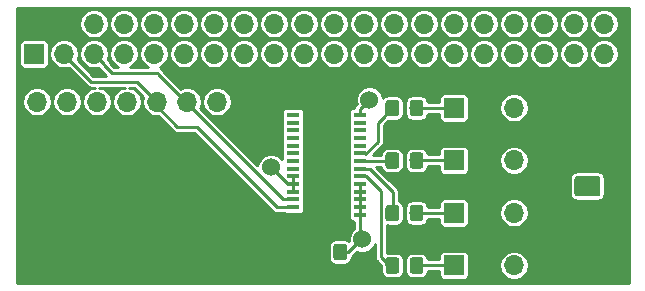
<source format=gbr>
G04 #@! TF.GenerationSoftware,KiCad,Pcbnew,5.0.2-1.fc29*
G04 #@! TF.CreationDate,2019-03-03T12:14:03+01:00*
G04 #@! TF.ProjectId,rpi-extension,7270692d-6578-4746-956e-73696f6e2e6b,rev?*
G04 #@! TF.SameCoordinates,Original*
G04 #@! TF.FileFunction,Copper,L1,Top*
G04 #@! TF.FilePolarity,Positive*
%FSLAX46Y46*%
G04 Gerber Fmt 4.6, Leading zero omitted, Abs format (unit mm)*
G04 Created by KiCad (PCBNEW 5.0.2-1.fc29) date Sun 03 Mar 2019 12:14:03 PM CET*
%MOMM*%
%LPD*%
G01*
G04 APERTURE LIST*
G04 #@! TA.AperFunction,Conductor*
%ADD10C,0.100000*%
G04 #@! TD*
G04 #@! TA.AperFunction,SMDPad,CuDef*
%ADD11C,1.150000*%
G04 #@! TD*
G04 #@! TA.AperFunction,ComponentPad*
%ADD12O,2.200000X1.740000*%
G04 #@! TD*
G04 #@! TA.AperFunction,ComponentPad*
%ADD13C,1.740000*%
G04 #@! TD*
G04 #@! TA.AperFunction,ComponentPad*
%ADD14O,1.700000X1.700000*%
G04 #@! TD*
G04 #@! TA.AperFunction,ComponentPad*
%ADD15R,1.700000X1.700000*%
G04 #@! TD*
G04 #@! TA.AperFunction,SMDPad,CuDef*
%ADD16R,1.100000X0.400000*%
G04 #@! TD*
G04 #@! TA.AperFunction,ViaPad*
%ADD17C,1.524000*%
G04 #@! TD*
G04 #@! TA.AperFunction,Conductor*
%ADD18C,0.254000*%
G04 #@! TD*
G04 APERTURE END LIST*
D10*
G04 #@! TO.N,Net-(J6-Pad1)*
G04 #@! TO.C,R4*
G36*
X121634505Y-79311204D02*
X121658773Y-79314804D01*
X121682572Y-79320765D01*
X121705671Y-79329030D01*
X121727850Y-79339520D01*
X121748893Y-79352132D01*
X121768599Y-79366747D01*
X121786777Y-79383223D01*
X121803253Y-79401401D01*
X121817868Y-79421107D01*
X121830480Y-79442150D01*
X121840970Y-79464329D01*
X121849235Y-79487428D01*
X121855196Y-79511227D01*
X121858796Y-79535495D01*
X121860000Y-79559999D01*
X121860000Y-80460001D01*
X121858796Y-80484505D01*
X121855196Y-80508773D01*
X121849235Y-80532572D01*
X121840970Y-80555671D01*
X121830480Y-80577850D01*
X121817868Y-80598893D01*
X121803253Y-80618599D01*
X121786777Y-80636777D01*
X121768599Y-80653253D01*
X121748893Y-80667868D01*
X121727850Y-80680480D01*
X121705671Y-80690970D01*
X121682572Y-80699235D01*
X121658773Y-80705196D01*
X121634505Y-80708796D01*
X121610001Y-80710000D01*
X120959999Y-80710000D01*
X120935495Y-80708796D01*
X120911227Y-80705196D01*
X120887428Y-80699235D01*
X120864329Y-80690970D01*
X120842150Y-80680480D01*
X120821107Y-80667868D01*
X120801401Y-80653253D01*
X120783223Y-80636777D01*
X120766747Y-80618599D01*
X120752132Y-80598893D01*
X120739520Y-80577850D01*
X120729030Y-80555671D01*
X120720765Y-80532572D01*
X120714804Y-80508773D01*
X120711204Y-80484505D01*
X120710000Y-80460001D01*
X120710000Y-79559999D01*
X120711204Y-79535495D01*
X120714804Y-79511227D01*
X120720765Y-79487428D01*
X120729030Y-79464329D01*
X120739520Y-79442150D01*
X120752132Y-79421107D01*
X120766747Y-79401401D01*
X120783223Y-79383223D01*
X120801401Y-79366747D01*
X120821107Y-79352132D01*
X120842150Y-79339520D01*
X120864329Y-79329030D01*
X120887428Y-79320765D01*
X120911227Y-79314804D01*
X120935495Y-79311204D01*
X120959999Y-79310000D01*
X121610001Y-79310000D01*
X121634505Y-79311204D01*
X121634505Y-79311204D01*
G37*
D11*
G04 #@! TD*
G04 #@! TO.P,R4,2*
G04 #@! TO.N,Net-(J6-Pad1)*
X121285000Y-80010000D03*
D10*
G04 #@! TO.N,/PWM3*
G04 #@! TO.C,R4*
G36*
X119584505Y-79311204D02*
X119608773Y-79314804D01*
X119632572Y-79320765D01*
X119655671Y-79329030D01*
X119677850Y-79339520D01*
X119698893Y-79352132D01*
X119718599Y-79366747D01*
X119736777Y-79383223D01*
X119753253Y-79401401D01*
X119767868Y-79421107D01*
X119780480Y-79442150D01*
X119790970Y-79464329D01*
X119799235Y-79487428D01*
X119805196Y-79511227D01*
X119808796Y-79535495D01*
X119810000Y-79559999D01*
X119810000Y-80460001D01*
X119808796Y-80484505D01*
X119805196Y-80508773D01*
X119799235Y-80532572D01*
X119790970Y-80555671D01*
X119780480Y-80577850D01*
X119767868Y-80598893D01*
X119753253Y-80618599D01*
X119736777Y-80636777D01*
X119718599Y-80653253D01*
X119698893Y-80667868D01*
X119677850Y-80680480D01*
X119655671Y-80690970D01*
X119632572Y-80699235D01*
X119608773Y-80705196D01*
X119584505Y-80708796D01*
X119560001Y-80710000D01*
X118909999Y-80710000D01*
X118885495Y-80708796D01*
X118861227Y-80705196D01*
X118837428Y-80699235D01*
X118814329Y-80690970D01*
X118792150Y-80680480D01*
X118771107Y-80667868D01*
X118751401Y-80653253D01*
X118733223Y-80636777D01*
X118716747Y-80618599D01*
X118702132Y-80598893D01*
X118689520Y-80577850D01*
X118679030Y-80555671D01*
X118670765Y-80532572D01*
X118664804Y-80508773D01*
X118661204Y-80484505D01*
X118660000Y-80460001D01*
X118660000Y-79559999D01*
X118661204Y-79535495D01*
X118664804Y-79511227D01*
X118670765Y-79487428D01*
X118679030Y-79464329D01*
X118689520Y-79442150D01*
X118702132Y-79421107D01*
X118716747Y-79401401D01*
X118733223Y-79383223D01*
X118751401Y-79366747D01*
X118771107Y-79352132D01*
X118792150Y-79339520D01*
X118814329Y-79329030D01*
X118837428Y-79320765D01*
X118861227Y-79314804D01*
X118885495Y-79311204D01*
X118909999Y-79310000D01*
X119560001Y-79310000D01*
X119584505Y-79311204D01*
X119584505Y-79311204D01*
G37*
D11*
G04 #@! TD*
G04 #@! TO.P,R4,1*
G04 #@! TO.N,/PWM3*
X119235000Y-80010000D03*
D10*
G04 #@! TO.N,/PWM2*
G04 #@! TO.C,R3*
G36*
X119584505Y-83756204D02*
X119608773Y-83759804D01*
X119632572Y-83765765D01*
X119655671Y-83774030D01*
X119677850Y-83784520D01*
X119698893Y-83797132D01*
X119718599Y-83811747D01*
X119736777Y-83828223D01*
X119753253Y-83846401D01*
X119767868Y-83866107D01*
X119780480Y-83887150D01*
X119790970Y-83909329D01*
X119799235Y-83932428D01*
X119805196Y-83956227D01*
X119808796Y-83980495D01*
X119810000Y-84004999D01*
X119810000Y-84905001D01*
X119808796Y-84929505D01*
X119805196Y-84953773D01*
X119799235Y-84977572D01*
X119790970Y-85000671D01*
X119780480Y-85022850D01*
X119767868Y-85043893D01*
X119753253Y-85063599D01*
X119736777Y-85081777D01*
X119718599Y-85098253D01*
X119698893Y-85112868D01*
X119677850Y-85125480D01*
X119655671Y-85135970D01*
X119632572Y-85144235D01*
X119608773Y-85150196D01*
X119584505Y-85153796D01*
X119560001Y-85155000D01*
X118909999Y-85155000D01*
X118885495Y-85153796D01*
X118861227Y-85150196D01*
X118837428Y-85144235D01*
X118814329Y-85135970D01*
X118792150Y-85125480D01*
X118771107Y-85112868D01*
X118751401Y-85098253D01*
X118733223Y-85081777D01*
X118716747Y-85063599D01*
X118702132Y-85043893D01*
X118689520Y-85022850D01*
X118679030Y-85000671D01*
X118670765Y-84977572D01*
X118664804Y-84953773D01*
X118661204Y-84929505D01*
X118660000Y-84905001D01*
X118660000Y-84004999D01*
X118661204Y-83980495D01*
X118664804Y-83956227D01*
X118670765Y-83932428D01*
X118679030Y-83909329D01*
X118689520Y-83887150D01*
X118702132Y-83866107D01*
X118716747Y-83846401D01*
X118733223Y-83828223D01*
X118751401Y-83811747D01*
X118771107Y-83797132D01*
X118792150Y-83784520D01*
X118814329Y-83774030D01*
X118837428Y-83765765D01*
X118861227Y-83759804D01*
X118885495Y-83756204D01*
X118909999Y-83755000D01*
X119560001Y-83755000D01*
X119584505Y-83756204D01*
X119584505Y-83756204D01*
G37*
D11*
G04 #@! TD*
G04 #@! TO.P,R3,1*
G04 #@! TO.N,/PWM2*
X119235000Y-84455000D03*
D10*
G04 #@! TO.N,Net-(J5-Pad1)*
G04 #@! TO.C,R3*
G36*
X121634505Y-83756204D02*
X121658773Y-83759804D01*
X121682572Y-83765765D01*
X121705671Y-83774030D01*
X121727850Y-83784520D01*
X121748893Y-83797132D01*
X121768599Y-83811747D01*
X121786777Y-83828223D01*
X121803253Y-83846401D01*
X121817868Y-83866107D01*
X121830480Y-83887150D01*
X121840970Y-83909329D01*
X121849235Y-83932428D01*
X121855196Y-83956227D01*
X121858796Y-83980495D01*
X121860000Y-84004999D01*
X121860000Y-84905001D01*
X121858796Y-84929505D01*
X121855196Y-84953773D01*
X121849235Y-84977572D01*
X121840970Y-85000671D01*
X121830480Y-85022850D01*
X121817868Y-85043893D01*
X121803253Y-85063599D01*
X121786777Y-85081777D01*
X121768599Y-85098253D01*
X121748893Y-85112868D01*
X121727850Y-85125480D01*
X121705671Y-85135970D01*
X121682572Y-85144235D01*
X121658773Y-85150196D01*
X121634505Y-85153796D01*
X121610001Y-85155000D01*
X120959999Y-85155000D01*
X120935495Y-85153796D01*
X120911227Y-85150196D01*
X120887428Y-85144235D01*
X120864329Y-85135970D01*
X120842150Y-85125480D01*
X120821107Y-85112868D01*
X120801401Y-85098253D01*
X120783223Y-85081777D01*
X120766747Y-85063599D01*
X120752132Y-85043893D01*
X120739520Y-85022850D01*
X120729030Y-85000671D01*
X120720765Y-84977572D01*
X120714804Y-84953773D01*
X120711204Y-84929505D01*
X120710000Y-84905001D01*
X120710000Y-84004999D01*
X120711204Y-83980495D01*
X120714804Y-83956227D01*
X120720765Y-83932428D01*
X120729030Y-83909329D01*
X120739520Y-83887150D01*
X120752132Y-83866107D01*
X120766747Y-83846401D01*
X120783223Y-83828223D01*
X120801401Y-83811747D01*
X120821107Y-83797132D01*
X120842150Y-83784520D01*
X120864329Y-83774030D01*
X120887428Y-83765765D01*
X120911227Y-83759804D01*
X120935495Y-83756204D01*
X120959999Y-83755000D01*
X121610001Y-83755000D01*
X121634505Y-83756204D01*
X121634505Y-83756204D01*
G37*
D11*
G04 #@! TD*
G04 #@! TO.P,R3,2*
G04 #@! TO.N,Net-(J5-Pad1)*
X121285000Y-84455000D03*
D10*
G04 #@! TO.N,Net-(J4-Pad1)*
G04 #@! TO.C,R2*
G36*
X121634505Y-88201204D02*
X121658773Y-88204804D01*
X121682572Y-88210765D01*
X121705671Y-88219030D01*
X121727850Y-88229520D01*
X121748893Y-88242132D01*
X121768599Y-88256747D01*
X121786777Y-88273223D01*
X121803253Y-88291401D01*
X121817868Y-88311107D01*
X121830480Y-88332150D01*
X121840970Y-88354329D01*
X121849235Y-88377428D01*
X121855196Y-88401227D01*
X121858796Y-88425495D01*
X121860000Y-88449999D01*
X121860000Y-89350001D01*
X121858796Y-89374505D01*
X121855196Y-89398773D01*
X121849235Y-89422572D01*
X121840970Y-89445671D01*
X121830480Y-89467850D01*
X121817868Y-89488893D01*
X121803253Y-89508599D01*
X121786777Y-89526777D01*
X121768599Y-89543253D01*
X121748893Y-89557868D01*
X121727850Y-89570480D01*
X121705671Y-89580970D01*
X121682572Y-89589235D01*
X121658773Y-89595196D01*
X121634505Y-89598796D01*
X121610001Y-89600000D01*
X120959999Y-89600000D01*
X120935495Y-89598796D01*
X120911227Y-89595196D01*
X120887428Y-89589235D01*
X120864329Y-89580970D01*
X120842150Y-89570480D01*
X120821107Y-89557868D01*
X120801401Y-89543253D01*
X120783223Y-89526777D01*
X120766747Y-89508599D01*
X120752132Y-89488893D01*
X120739520Y-89467850D01*
X120729030Y-89445671D01*
X120720765Y-89422572D01*
X120714804Y-89398773D01*
X120711204Y-89374505D01*
X120710000Y-89350001D01*
X120710000Y-88449999D01*
X120711204Y-88425495D01*
X120714804Y-88401227D01*
X120720765Y-88377428D01*
X120729030Y-88354329D01*
X120739520Y-88332150D01*
X120752132Y-88311107D01*
X120766747Y-88291401D01*
X120783223Y-88273223D01*
X120801401Y-88256747D01*
X120821107Y-88242132D01*
X120842150Y-88229520D01*
X120864329Y-88219030D01*
X120887428Y-88210765D01*
X120911227Y-88204804D01*
X120935495Y-88201204D01*
X120959999Y-88200000D01*
X121610001Y-88200000D01*
X121634505Y-88201204D01*
X121634505Y-88201204D01*
G37*
D11*
G04 #@! TD*
G04 #@! TO.P,R2,2*
G04 #@! TO.N,Net-(J4-Pad1)*
X121285000Y-88900000D03*
D10*
G04 #@! TO.N,/PWM1*
G04 #@! TO.C,R2*
G36*
X119584505Y-88201204D02*
X119608773Y-88204804D01*
X119632572Y-88210765D01*
X119655671Y-88219030D01*
X119677850Y-88229520D01*
X119698893Y-88242132D01*
X119718599Y-88256747D01*
X119736777Y-88273223D01*
X119753253Y-88291401D01*
X119767868Y-88311107D01*
X119780480Y-88332150D01*
X119790970Y-88354329D01*
X119799235Y-88377428D01*
X119805196Y-88401227D01*
X119808796Y-88425495D01*
X119810000Y-88449999D01*
X119810000Y-89350001D01*
X119808796Y-89374505D01*
X119805196Y-89398773D01*
X119799235Y-89422572D01*
X119790970Y-89445671D01*
X119780480Y-89467850D01*
X119767868Y-89488893D01*
X119753253Y-89508599D01*
X119736777Y-89526777D01*
X119718599Y-89543253D01*
X119698893Y-89557868D01*
X119677850Y-89570480D01*
X119655671Y-89580970D01*
X119632572Y-89589235D01*
X119608773Y-89595196D01*
X119584505Y-89598796D01*
X119560001Y-89600000D01*
X118909999Y-89600000D01*
X118885495Y-89598796D01*
X118861227Y-89595196D01*
X118837428Y-89589235D01*
X118814329Y-89580970D01*
X118792150Y-89570480D01*
X118771107Y-89557868D01*
X118751401Y-89543253D01*
X118733223Y-89526777D01*
X118716747Y-89508599D01*
X118702132Y-89488893D01*
X118689520Y-89467850D01*
X118679030Y-89445671D01*
X118670765Y-89422572D01*
X118664804Y-89398773D01*
X118661204Y-89374505D01*
X118660000Y-89350001D01*
X118660000Y-88449999D01*
X118661204Y-88425495D01*
X118664804Y-88401227D01*
X118670765Y-88377428D01*
X118679030Y-88354329D01*
X118689520Y-88332150D01*
X118702132Y-88311107D01*
X118716747Y-88291401D01*
X118733223Y-88273223D01*
X118751401Y-88256747D01*
X118771107Y-88242132D01*
X118792150Y-88229520D01*
X118814329Y-88219030D01*
X118837428Y-88210765D01*
X118861227Y-88204804D01*
X118885495Y-88201204D01*
X118909999Y-88200000D01*
X119560001Y-88200000D01*
X119584505Y-88201204D01*
X119584505Y-88201204D01*
G37*
D11*
G04 #@! TD*
G04 #@! TO.P,R2,1*
G04 #@! TO.N,/PWM1*
X119235000Y-88900000D03*
D10*
G04 #@! TO.N,/PWM0*
G04 #@! TO.C,R1*
G36*
X119593505Y-92646204D02*
X119617773Y-92649804D01*
X119641572Y-92655765D01*
X119664671Y-92664030D01*
X119686850Y-92674520D01*
X119707893Y-92687132D01*
X119727599Y-92701747D01*
X119745777Y-92718223D01*
X119762253Y-92736401D01*
X119776868Y-92756107D01*
X119789480Y-92777150D01*
X119799970Y-92799329D01*
X119808235Y-92822428D01*
X119814196Y-92846227D01*
X119817796Y-92870495D01*
X119819000Y-92894999D01*
X119819000Y-93795001D01*
X119817796Y-93819505D01*
X119814196Y-93843773D01*
X119808235Y-93867572D01*
X119799970Y-93890671D01*
X119789480Y-93912850D01*
X119776868Y-93933893D01*
X119762253Y-93953599D01*
X119745777Y-93971777D01*
X119727599Y-93988253D01*
X119707893Y-94002868D01*
X119686850Y-94015480D01*
X119664671Y-94025970D01*
X119641572Y-94034235D01*
X119617773Y-94040196D01*
X119593505Y-94043796D01*
X119569001Y-94045000D01*
X118918999Y-94045000D01*
X118894495Y-94043796D01*
X118870227Y-94040196D01*
X118846428Y-94034235D01*
X118823329Y-94025970D01*
X118801150Y-94015480D01*
X118780107Y-94002868D01*
X118760401Y-93988253D01*
X118742223Y-93971777D01*
X118725747Y-93953599D01*
X118711132Y-93933893D01*
X118698520Y-93912850D01*
X118688030Y-93890671D01*
X118679765Y-93867572D01*
X118673804Y-93843773D01*
X118670204Y-93819505D01*
X118669000Y-93795001D01*
X118669000Y-92894999D01*
X118670204Y-92870495D01*
X118673804Y-92846227D01*
X118679765Y-92822428D01*
X118688030Y-92799329D01*
X118698520Y-92777150D01*
X118711132Y-92756107D01*
X118725747Y-92736401D01*
X118742223Y-92718223D01*
X118760401Y-92701747D01*
X118780107Y-92687132D01*
X118801150Y-92674520D01*
X118823329Y-92664030D01*
X118846428Y-92655765D01*
X118870227Y-92649804D01*
X118894495Y-92646204D01*
X118918999Y-92645000D01*
X119569001Y-92645000D01*
X119593505Y-92646204D01*
X119593505Y-92646204D01*
G37*
D11*
G04 #@! TD*
G04 #@! TO.P,R1,1*
G04 #@! TO.N,/PWM0*
X119244000Y-93345000D03*
D10*
G04 #@! TO.N,Net-(J3-Pad1)*
G04 #@! TO.C,R1*
G36*
X121643505Y-92646204D02*
X121667773Y-92649804D01*
X121691572Y-92655765D01*
X121714671Y-92664030D01*
X121736850Y-92674520D01*
X121757893Y-92687132D01*
X121777599Y-92701747D01*
X121795777Y-92718223D01*
X121812253Y-92736401D01*
X121826868Y-92756107D01*
X121839480Y-92777150D01*
X121849970Y-92799329D01*
X121858235Y-92822428D01*
X121864196Y-92846227D01*
X121867796Y-92870495D01*
X121869000Y-92894999D01*
X121869000Y-93795001D01*
X121867796Y-93819505D01*
X121864196Y-93843773D01*
X121858235Y-93867572D01*
X121849970Y-93890671D01*
X121839480Y-93912850D01*
X121826868Y-93933893D01*
X121812253Y-93953599D01*
X121795777Y-93971777D01*
X121777599Y-93988253D01*
X121757893Y-94002868D01*
X121736850Y-94015480D01*
X121714671Y-94025970D01*
X121691572Y-94034235D01*
X121667773Y-94040196D01*
X121643505Y-94043796D01*
X121619001Y-94045000D01*
X120968999Y-94045000D01*
X120944495Y-94043796D01*
X120920227Y-94040196D01*
X120896428Y-94034235D01*
X120873329Y-94025970D01*
X120851150Y-94015480D01*
X120830107Y-94002868D01*
X120810401Y-93988253D01*
X120792223Y-93971777D01*
X120775747Y-93953599D01*
X120761132Y-93933893D01*
X120748520Y-93912850D01*
X120738030Y-93890671D01*
X120729765Y-93867572D01*
X120723804Y-93843773D01*
X120720204Y-93819505D01*
X120719000Y-93795001D01*
X120719000Y-92894999D01*
X120720204Y-92870495D01*
X120723804Y-92846227D01*
X120729765Y-92822428D01*
X120738030Y-92799329D01*
X120748520Y-92777150D01*
X120761132Y-92756107D01*
X120775747Y-92736401D01*
X120792223Y-92718223D01*
X120810401Y-92701747D01*
X120830107Y-92687132D01*
X120851150Y-92674520D01*
X120873329Y-92664030D01*
X120896428Y-92655765D01*
X120920227Y-92649804D01*
X120944495Y-92646204D01*
X120968999Y-92645000D01*
X121619001Y-92645000D01*
X121643505Y-92646204D01*
X121643505Y-92646204D01*
G37*
D11*
G04 #@! TD*
G04 #@! TO.P,R1,2*
G04 #@! TO.N,Net-(J3-Pad1)*
X121294000Y-93345000D03*
D12*
G04 #@! TO.P,J7,2*
G04 #@! TO.N,+5V*
X135763000Y-84074000D03*
D10*
G04 #@! TD*
G04 #@! TO.N,GND*
G04 #@! TO.C,J7*
G36*
X136637505Y-85745204D02*
X136661773Y-85748804D01*
X136685572Y-85754765D01*
X136708671Y-85763030D01*
X136730850Y-85773520D01*
X136751893Y-85786132D01*
X136771599Y-85800747D01*
X136789777Y-85817223D01*
X136806253Y-85835401D01*
X136820868Y-85855107D01*
X136833480Y-85876150D01*
X136843970Y-85898329D01*
X136852235Y-85921428D01*
X136858196Y-85945227D01*
X136861796Y-85969495D01*
X136863000Y-85993999D01*
X136863000Y-87234001D01*
X136861796Y-87258505D01*
X136858196Y-87282773D01*
X136852235Y-87306572D01*
X136843970Y-87329671D01*
X136833480Y-87351850D01*
X136820868Y-87372893D01*
X136806253Y-87392599D01*
X136789777Y-87410777D01*
X136771599Y-87427253D01*
X136751893Y-87441868D01*
X136730850Y-87454480D01*
X136708671Y-87464970D01*
X136685572Y-87473235D01*
X136661773Y-87479196D01*
X136637505Y-87482796D01*
X136613001Y-87484000D01*
X134912999Y-87484000D01*
X134888495Y-87482796D01*
X134864227Y-87479196D01*
X134840428Y-87473235D01*
X134817329Y-87464970D01*
X134795150Y-87454480D01*
X134774107Y-87441868D01*
X134754401Y-87427253D01*
X134736223Y-87410777D01*
X134719747Y-87392599D01*
X134705132Y-87372893D01*
X134692520Y-87351850D01*
X134682030Y-87329671D01*
X134673765Y-87306572D01*
X134667804Y-87282773D01*
X134664204Y-87258505D01*
X134663000Y-87234001D01*
X134663000Y-85993999D01*
X134664204Y-85969495D01*
X134667804Y-85945227D01*
X134673765Y-85921428D01*
X134682030Y-85898329D01*
X134692520Y-85876150D01*
X134705132Y-85855107D01*
X134719747Y-85835401D01*
X134736223Y-85817223D01*
X134754401Y-85800747D01*
X134774107Y-85786132D01*
X134795150Y-85773520D01*
X134817329Y-85763030D01*
X134840428Y-85754765D01*
X134864227Y-85748804D01*
X134888495Y-85745204D01*
X134912999Y-85744000D01*
X136613001Y-85744000D01*
X136637505Y-85745204D01*
X136637505Y-85745204D01*
G37*
D13*
G04 #@! TO.P,J7,1*
G04 #@! TO.N,GND*
X135763000Y-86614000D03*
G04 #@! TD*
D14*
G04 #@! TO.P,J1,40*
G04 #@! TO.N,Net-(J1-Pad40)*
X137160000Y-72898000D03*
G04 #@! TO.P,J1,39*
G04 #@! TO.N,Net-(J1-Pad39)*
X137160000Y-75438000D03*
G04 #@! TO.P,J1,38*
G04 #@! TO.N,Net-(J1-Pad38)*
X134620000Y-72898000D03*
G04 #@! TO.P,J1,37*
G04 #@! TO.N,Net-(J1-Pad37)*
X134620000Y-75438000D03*
G04 #@! TO.P,J1,36*
G04 #@! TO.N,Net-(J1-Pad36)*
X132080000Y-72898000D03*
G04 #@! TO.P,J1,35*
G04 #@! TO.N,Net-(J1-Pad35)*
X132080000Y-75438000D03*
G04 #@! TO.P,J1,34*
G04 #@! TO.N,GND*
X129540000Y-72898000D03*
G04 #@! TO.P,J1,33*
G04 #@! TO.N,Net-(J1-Pad33)*
X129540000Y-75438000D03*
G04 #@! TO.P,J1,32*
G04 #@! TO.N,Net-(J1-Pad32)*
X127000000Y-72898000D03*
G04 #@! TO.P,J1,31*
G04 #@! TO.N,Net-(J1-Pad31)*
X127000000Y-75438000D03*
G04 #@! TO.P,J1,30*
G04 #@! TO.N,GND*
X124460000Y-72898000D03*
G04 #@! TO.P,J1,29*
G04 #@! TO.N,Net-(J1-Pad29)*
X124460000Y-75438000D03*
G04 #@! TO.P,J1,28*
G04 #@! TO.N,Net-(J1-Pad28)*
X121920000Y-72898000D03*
G04 #@! TO.P,J1,27*
G04 #@! TO.N,Net-(J1-Pad27)*
X121920000Y-75438000D03*
G04 #@! TO.P,J1,26*
G04 #@! TO.N,Net-(J1-Pad26)*
X119380000Y-72898000D03*
G04 #@! TO.P,J1,25*
G04 #@! TO.N,GND*
X119380000Y-75438000D03*
G04 #@! TO.P,J1,24*
G04 #@! TO.N,Net-(J1-Pad24)*
X116840000Y-72898000D03*
G04 #@! TO.P,J1,23*
G04 #@! TO.N,Net-(J1-Pad23)*
X116840000Y-75438000D03*
G04 #@! TO.P,J1,22*
G04 #@! TO.N,Net-(J1-Pad22)*
X114300000Y-72898000D03*
G04 #@! TO.P,J1,21*
G04 #@! TO.N,Net-(J1-Pad21)*
X114300000Y-75438000D03*
G04 #@! TO.P,J1,20*
G04 #@! TO.N,GND*
X111760000Y-72898000D03*
G04 #@! TO.P,J1,19*
G04 #@! TO.N,Net-(J1-Pad19)*
X111760000Y-75438000D03*
G04 #@! TO.P,J1,18*
G04 #@! TO.N,Net-(J1-Pad18)*
X109220000Y-72898000D03*
G04 #@! TO.P,J1,17*
G04 #@! TO.N,Net-(J1-Pad17)*
X109220000Y-75438000D03*
G04 #@! TO.P,J1,16*
G04 #@! TO.N,Net-(J1-Pad16)*
X106680000Y-72898000D03*
G04 #@! TO.P,J1,15*
G04 #@! TO.N,Net-(J1-Pad15)*
X106680000Y-75438000D03*
G04 #@! TO.P,J1,14*
G04 #@! TO.N,GND*
X104140000Y-72898000D03*
G04 #@! TO.P,J1,13*
G04 #@! TO.N,Net-(J1-Pad13)*
X104140000Y-75438000D03*
G04 #@! TO.P,J1,12*
G04 #@! TO.N,Net-(J1-Pad12)*
X101600000Y-72898000D03*
G04 #@! TO.P,J1,11*
G04 #@! TO.N,Net-(J1-Pad11)*
X101600000Y-75438000D03*
G04 #@! TO.P,J1,10*
G04 #@! TO.N,Net-(J1-Pad10)*
X99060000Y-72898000D03*
G04 #@! TO.P,J1,9*
G04 #@! TO.N,GND*
X99060000Y-75438000D03*
G04 #@! TO.P,J1,8*
G04 #@! TO.N,Net-(J1-Pad8)*
X96520000Y-72898000D03*
G04 #@! TO.P,J1,7*
G04 #@! TO.N,Net-(J1-Pad7)*
X96520000Y-75438000D03*
G04 #@! TO.P,J1,6*
G04 #@! TO.N,GND*
X93980000Y-72898000D03*
G04 #@! TO.P,J1,5*
G04 #@! TO.N,/SCL*
X93980000Y-75438000D03*
G04 #@! TO.P,J1,4*
G04 #@! TO.N,+5V*
X91440000Y-72898000D03*
G04 #@! TO.P,J1,3*
G04 #@! TO.N,/SDA*
X91440000Y-75438000D03*
G04 #@! TO.P,J1,2*
G04 #@! TO.N,+5V*
X88900000Y-72898000D03*
D15*
G04 #@! TO.P,J1,1*
G04 #@! TO.N,Net-(J1-Pad1)*
X88900000Y-75438000D03*
G04 #@! TD*
D10*
G04 #@! TO.N,+5V*
G04 #@! TO.C,C1*
G36*
X113125505Y-91503204D02*
X113149773Y-91506804D01*
X113173572Y-91512765D01*
X113196671Y-91521030D01*
X113218850Y-91531520D01*
X113239893Y-91544132D01*
X113259599Y-91558747D01*
X113277777Y-91575223D01*
X113294253Y-91593401D01*
X113308868Y-91613107D01*
X113321480Y-91634150D01*
X113331970Y-91656329D01*
X113340235Y-91679428D01*
X113346196Y-91703227D01*
X113349796Y-91727495D01*
X113351000Y-91751999D01*
X113351000Y-92652001D01*
X113349796Y-92676505D01*
X113346196Y-92700773D01*
X113340235Y-92724572D01*
X113331970Y-92747671D01*
X113321480Y-92769850D01*
X113308868Y-92790893D01*
X113294253Y-92810599D01*
X113277777Y-92828777D01*
X113259599Y-92845253D01*
X113239893Y-92859868D01*
X113218850Y-92872480D01*
X113196671Y-92882970D01*
X113173572Y-92891235D01*
X113149773Y-92897196D01*
X113125505Y-92900796D01*
X113101001Y-92902000D01*
X112450999Y-92902000D01*
X112426495Y-92900796D01*
X112402227Y-92897196D01*
X112378428Y-92891235D01*
X112355329Y-92882970D01*
X112333150Y-92872480D01*
X112312107Y-92859868D01*
X112292401Y-92845253D01*
X112274223Y-92828777D01*
X112257747Y-92810599D01*
X112243132Y-92790893D01*
X112230520Y-92769850D01*
X112220030Y-92747671D01*
X112211765Y-92724572D01*
X112205804Y-92700773D01*
X112202204Y-92676505D01*
X112201000Y-92652001D01*
X112201000Y-91751999D01*
X112202204Y-91727495D01*
X112205804Y-91703227D01*
X112211765Y-91679428D01*
X112220030Y-91656329D01*
X112230520Y-91634150D01*
X112243132Y-91613107D01*
X112257747Y-91593401D01*
X112274223Y-91575223D01*
X112292401Y-91558747D01*
X112312107Y-91544132D01*
X112333150Y-91531520D01*
X112355329Y-91521030D01*
X112378428Y-91512765D01*
X112402227Y-91506804D01*
X112426495Y-91503204D01*
X112450999Y-91502000D01*
X113101001Y-91502000D01*
X113125505Y-91503204D01*
X113125505Y-91503204D01*
G37*
D11*
G04 #@! TD*
G04 #@! TO.P,C1,2*
G04 #@! TO.N,+5V*
X112776000Y-92202000D03*
D10*
G04 #@! TO.N,GND*
G04 #@! TO.C,C1*
G36*
X115175505Y-91503204D02*
X115199773Y-91506804D01*
X115223572Y-91512765D01*
X115246671Y-91521030D01*
X115268850Y-91531520D01*
X115289893Y-91544132D01*
X115309599Y-91558747D01*
X115327777Y-91575223D01*
X115344253Y-91593401D01*
X115358868Y-91613107D01*
X115371480Y-91634150D01*
X115381970Y-91656329D01*
X115390235Y-91679428D01*
X115396196Y-91703227D01*
X115399796Y-91727495D01*
X115401000Y-91751999D01*
X115401000Y-92652001D01*
X115399796Y-92676505D01*
X115396196Y-92700773D01*
X115390235Y-92724572D01*
X115381970Y-92747671D01*
X115371480Y-92769850D01*
X115358868Y-92790893D01*
X115344253Y-92810599D01*
X115327777Y-92828777D01*
X115309599Y-92845253D01*
X115289893Y-92859868D01*
X115268850Y-92872480D01*
X115246671Y-92882970D01*
X115223572Y-92891235D01*
X115199773Y-92897196D01*
X115175505Y-92900796D01*
X115151001Y-92902000D01*
X114500999Y-92902000D01*
X114476495Y-92900796D01*
X114452227Y-92897196D01*
X114428428Y-92891235D01*
X114405329Y-92882970D01*
X114383150Y-92872480D01*
X114362107Y-92859868D01*
X114342401Y-92845253D01*
X114324223Y-92828777D01*
X114307747Y-92810599D01*
X114293132Y-92790893D01*
X114280520Y-92769850D01*
X114270030Y-92747671D01*
X114261765Y-92724572D01*
X114255804Y-92700773D01*
X114252204Y-92676505D01*
X114251000Y-92652001D01*
X114251000Y-91751999D01*
X114252204Y-91727495D01*
X114255804Y-91703227D01*
X114261765Y-91679428D01*
X114270030Y-91656329D01*
X114280520Y-91634150D01*
X114293132Y-91613107D01*
X114307747Y-91593401D01*
X114324223Y-91575223D01*
X114342401Y-91558747D01*
X114362107Y-91544132D01*
X114383150Y-91531520D01*
X114405329Y-91521030D01*
X114428428Y-91512765D01*
X114452227Y-91506804D01*
X114476495Y-91503204D01*
X114500999Y-91502000D01*
X115151001Y-91502000D01*
X115175505Y-91503204D01*
X115175505Y-91503204D01*
G37*
D11*
G04 #@! TD*
G04 #@! TO.P,C1,1*
G04 #@! TO.N,GND*
X114826000Y-92202000D03*
D14*
G04 #@! TO.P,J2,8*
G04 #@! TO.N,Net-(J2-Pad8)*
X89154000Y-79502000D03*
G04 #@! TO.P,J2,7*
G04 #@! TO.N,Net-(J2-Pad7)*
X91694000Y-79502000D03*
G04 #@! TO.P,J2,6*
G04 #@! TO.N,Net-(J2-Pad6)*
X94234000Y-79502000D03*
G04 #@! TO.P,J2,5*
G04 #@! TO.N,Net-(J2-Pad5)*
X96774000Y-79502000D03*
G04 #@! TO.P,J2,4*
G04 #@! TO.N,/SDA*
X99314000Y-79502000D03*
G04 #@! TO.P,J2,3*
G04 #@! TO.N,/SCL*
X101854000Y-79502000D03*
G04 #@! TO.P,J2,2*
G04 #@! TO.N,GND*
X104394000Y-79502000D03*
D15*
G04 #@! TO.P,J2,1*
G04 #@! TO.N,+5V*
X106934000Y-79502000D03*
G04 #@! TD*
D14*
G04 #@! TO.P,J3,3*
G04 #@! TO.N,GND*
X129540000Y-93345000D03*
G04 #@! TO.P,J3,2*
G04 #@! TO.N,+5V*
X127000000Y-93345000D03*
D15*
G04 #@! TO.P,J3,1*
G04 #@! TO.N,Net-(J3-Pad1)*
X124460000Y-93345000D03*
G04 #@! TD*
D14*
G04 #@! TO.P,J4,3*
G04 #@! TO.N,GND*
X129540000Y-88900000D03*
G04 #@! TO.P,J4,2*
G04 #@! TO.N,+5V*
X127000000Y-88900000D03*
D15*
G04 #@! TO.P,J4,1*
G04 #@! TO.N,Net-(J4-Pad1)*
X124460000Y-88900000D03*
G04 #@! TD*
D14*
G04 #@! TO.P,J5,3*
G04 #@! TO.N,GND*
X129540000Y-84455000D03*
G04 #@! TO.P,J5,2*
G04 #@! TO.N,+5V*
X127000000Y-84455000D03*
D15*
G04 #@! TO.P,J5,1*
G04 #@! TO.N,Net-(J5-Pad1)*
X124460000Y-84455000D03*
G04 #@! TD*
D14*
G04 #@! TO.P,J6,3*
G04 #@! TO.N,GND*
X129540000Y-80010000D03*
G04 #@! TO.P,J6,2*
G04 #@! TO.N,+5V*
X127000000Y-80010000D03*
D15*
G04 #@! TO.P,J6,1*
G04 #@! TO.N,Net-(J6-Pad1)*
X124460000Y-80010000D03*
G04 #@! TD*
D16*
G04 #@! TO.P,U1,28*
G04 #@! TO.N,+5V*
X110815000Y-89061000D03*
G04 #@! TO.P,U1,27*
G04 #@! TO.N,/SDA*
X110815000Y-88411000D03*
G04 #@! TO.P,U1,26*
G04 #@! TO.N,/SCL*
X110815000Y-87761000D03*
G04 #@! TO.P,U1,25*
G04 #@! TO.N,GND*
X110815000Y-87111000D03*
G04 #@! TO.P,U1,24*
X110815000Y-86461000D03*
G04 #@! TO.P,U1,23*
X110815000Y-85811000D03*
G04 #@! TO.P,U1,22*
G04 #@! TO.N,Net-(U1-Pad22)*
X110815000Y-85161000D03*
G04 #@! TO.P,U1,21*
G04 #@! TO.N,Net-(U1-Pad21)*
X110815000Y-84511000D03*
G04 #@! TO.P,U1,20*
G04 #@! TO.N,Net-(U1-Pad20)*
X110815000Y-83861000D03*
G04 #@! TO.P,U1,19*
G04 #@! TO.N,Net-(U1-Pad19)*
X110815000Y-83211000D03*
G04 #@! TO.P,U1,18*
G04 #@! TO.N,Net-(U1-Pad18)*
X110815000Y-82561000D03*
G04 #@! TO.P,U1,17*
G04 #@! TO.N,Net-(U1-Pad17)*
X110815000Y-81911000D03*
G04 #@! TO.P,U1,16*
G04 #@! TO.N,Net-(U1-Pad16)*
X110815000Y-81261000D03*
G04 #@! TO.P,U1,15*
G04 #@! TO.N,Net-(U1-Pad15)*
X110815000Y-80611000D03*
G04 #@! TO.P,U1,14*
G04 #@! TO.N,GND*
X116515000Y-80611000D03*
G04 #@! TO.P,U1,13*
G04 #@! TO.N,Net-(U1-Pad13)*
X116515000Y-81261000D03*
G04 #@! TO.P,U1,12*
G04 #@! TO.N,Net-(U1-Pad12)*
X116515000Y-81911000D03*
G04 #@! TO.P,U1,11*
G04 #@! TO.N,Net-(U1-Pad11)*
X116515000Y-82561000D03*
G04 #@! TO.P,U1,10*
G04 #@! TO.N,Net-(U1-Pad10)*
X116515000Y-83211000D03*
G04 #@! TO.P,U1,9*
G04 #@! TO.N,/PWM3*
X116515000Y-83861000D03*
G04 #@! TO.P,U1,8*
G04 #@! TO.N,/PWM2*
X116515000Y-84511000D03*
G04 #@! TO.P,U1,7*
G04 #@! TO.N,/PWM1*
X116515000Y-85161000D03*
G04 #@! TO.P,U1,6*
G04 #@! TO.N,/PWM0*
X116515000Y-85811000D03*
G04 #@! TO.P,U1,5*
G04 #@! TO.N,GND*
X116515000Y-86461000D03*
G04 #@! TO.P,U1,4*
X116515000Y-87111000D03*
G04 #@! TO.P,U1,3*
X116515000Y-87761000D03*
G04 #@! TO.P,U1,2*
X116515000Y-88411000D03*
G04 #@! TO.P,U1,1*
X116515000Y-89061000D03*
G04 #@! TD*
D17*
G04 #@! TO.N,GND*
X108966000Y-85039200D03*
X116687600Y-91135200D03*
X117297200Y-79298800D03*
G04 #@! TD*
D18*
G04 #@! TO.N,GND*
X114826000Y-92202000D02*
X115519200Y-92202000D01*
X115519200Y-92202000D02*
X116535200Y-91186000D01*
X116535200Y-91186000D02*
X116535200Y-89154000D01*
X116535200Y-89154000D02*
X116586000Y-89103200D01*
X116515000Y-86915000D02*
X116535200Y-86935200D01*
X116515000Y-86461000D02*
X116515000Y-86915000D01*
X116535200Y-86935200D02*
X116535200Y-87680800D01*
X116535200Y-87680800D02*
X116535200Y-88392000D01*
X116535200Y-88392000D02*
X116535200Y-89001600D01*
X116535200Y-89001600D02*
X116535200Y-89103200D01*
X116535200Y-89103200D02*
X116586000Y-89154000D01*
X110815000Y-87111000D02*
X110815000Y-86481800D01*
X110815000Y-86481800D02*
X110794800Y-86461600D01*
X110794800Y-86461600D02*
X110794800Y-85852000D01*
X110815000Y-86461000D02*
X110387800Y-86461000D01*
X110387800Y-86461000D02*
X108966000Y-85039200D01*
X116535200Y-91186000D02*
X116636800Y-91186000D01*
X116636800Y-91186000D02*
X116687600Y-91135200D01*
X116515000Y-80611000D02*
X116515000Y-80081000D01*
X116515000Y-80081000D02*
X117297200Y-79298800D01*
G04 #@! TO.N,+5V*
X110815000Y-89061000D02*
X110815000Y-91206200D01*
X110815000Y-91206200D02*
X111810800Y-92202000D01*
X111810800Y-92202000D02*
X112725200Y-92202000D01*
X112725200Y-92202000D02*
X112776000Y-92202000D01*
G04 #@! TO.N,/SDA*
X110815000Y-88411000D02*
X109442200Y-88411000D01*
X109442200Y-88411000D02*
X102666800Y-81635600D01*
X102666800Y-81635600D02*
X101447600Y-81635600D01*
X101447600Y-81635600D02*
X101121270Y-81635600D01*
X97260470Y-77774800D02*
X93726000Y-77774800D01*
X93726000Y-77774800D02*
X91440000Y-75488800D01*
X97586800Y-77774800D02*
X99314000Y-79502000D01*
X97260470Y-77774800D02*
X97586800Y-77774800D01*
X101121270Y-81635600D02*
X101041200Y-81635600D01*
X101041200Y-81635600D02*
X99364800Y-79959200D01*
X99364800Y-79959200D02*
X99364800Y-79502000D01*
G04 #@! TO.N,/SCL*
X110011000Y-87761000D02*
X101955600Y-79705600D01*
X110815000Y-87761000D02*
X110011000Y-87761000D01*
X94829999Y-76287999D02*
X94829999Y-76389599D01*
X93980000Y-75438000D02*
X94829999Y-76287999D01*
X94829999Y-76389599D02*
X95504000Y-77063600D01*
X95504000Y-77063600D02*
X98471930Y-77063600D01*
X98471930Y-77063600D02*
X99364800Y-77063600D01*
X99364800Y-77063600D02*
X99364800Y-77114400D01*
X99364800Y-77114400D02*
X101701600Y-79451200D01*
G04 #@! TO.N,/PWM0*
X116515000Y-85811000D02*
X117026482Y-85811000D01*
X118990000Y-93345000D02*
X118253400Y-92608400D01*
X118253400Y-92608400D02*
X118253400Y-87037918D01*
X117026482Y-85811000D02*
X117575482Y-86360000D01*
X118253400Y-87037918D02*
X117575482Y-86360000D01*
X117575482Y-86360000D02*
X118008400Y-86792918D01*
G04 #@! TO.N,/PWM1*
X117319000Y-85161000D02*
X119278400Y-87120400D01*
X116515000Y-85161000D02*
X117319000Y-85161000D01*
X119278400Y-87120400D02*
X119278400Y-88849200D01*
G04 #@! TO.N,/PWM2*
X116515000Y-84511000D02*
X119197000Y-84511000D01*
G04 #@! TO.N,/PWM3*
X118611628Y-80633372D02*
X118611628Y-80676772D01*
X119235000Y-80010000D02*
X118611628Y-80633372D01*
X118611628Y-80676772D02*
X118008400Y-81280000D01*
X118008400Y-82879082D02*
X116965882Y-83921600D01*
X118008400Y-81280000D02*
X118008400Y-82879082D01*
G04 #@! TO.N,Net-(J3-Pad1)*
X121040000Y-93345000D02*
X124460000Y-93345000D01*
G04 #@! TO.N,Net-(J4-Pad1)*
X124460000Y-88900000D02*
X121285000Y-88900000D01*
G04 #@! TO.N,Net-(J5-Pad1)*
X121285000Y-84455000D02*
X124460000Y-84455000D01*
G04 #@! TO.N,Net-(J6-Pad1)*
X124460000Y-80010000D02*
X123356000Y-80010000D01*
X123356000Y-80010000D02*
X121285000Y-80010000D01*
G04 #@! TD*
G04 #@! TO.N,+5V*
G36*
X139244000Y-94794000D02*
X87451000Y-94794000D01*
X87451000Y-91751999D01*
X113862536Y-91751999D01*
X113862536Y-92652001D01*
X113911136Y-92896330D01*
X114049537Y-93103463D01*
X114256670Y-93241864D01*
X114500999Y-93290464D01*
X115151001Y-93290464D01*
X115395330Y-93241864D01*
X115602463Y-93103463D01*
X115740864Y-92896330D01*
X115789464Y-92652001D01*
X115789464Y-92632381D01*
X115885447Y-92568247D01*
X115913788Y-92525832D01*
X116248943Y-92190677D01*
X116460243Y-92278200D01*
X116914957Y-92278200D01*
X117335058Y-92104189D01*
X117656589Y-91782658D01*
X117745400Y-91568248D01*
X117745400Y-92558372D01*
X117735449Y-92608400D01*
X117745400Y-92658428D01*
X117745400Y-92658431D01*
X117774875Y-92806611D01*
X117887153Y-92974647D01*
X117929568Y-93002988D01*
X118280536Y-93353957D01*
X118280536Y-93795001D01*
X118329136Y-94039330D01*
X118467537Y-94246463D01*
X118674670Y-94384864D01*
X118918999Y-94433464D01*
X119569001Y-94433464D01*
X119813330Y-94384864D01*
X120020463Y-94246463D01*
X120158864Y-94039330D01*
X120207464Y-93795001D01*
X120207464Y-92894999D01*
X120330536Y-92894999D01*
X120330536Y-93795001D01*
X120379136Y-94039330D01*
X120517537Y-94246463D01*
X120724670Y-94384864D01*
X120968999Y-94433464D01*
X121619001Y-94433464D01*
X121863330Y-94384864D01*
X122070463Y-94246463D01*
X122208864Y-94039330D01*
X122245927Y-93853000D01*
X123221536Y-93853000D01*
X123221536Y-94195000D01*
X123251106Y-94343659D01*
X123335314Y-94469686D01*
X123461341Y-94553894D01*
X123610000Y-94583464D01*
X125310000Y-94583464D01*
X125458659Y-94553894D01*
X125584686Y-94469686D01*
X125668894Y-94343659D01*
X125698464Y-94195000D01*
X125698464Y-93345000D01*
X128284884Y-93345000D01*
X128380424Y-93825312D01*
X128652499Y-94232501D01*
X129059688Y-94504576D01*
X129418761Y-94576000D01*
X129661239Y-94576000D01*
X130020312Y-94504576D01*
X130427501Y-94232501D01*
X130699576Y-93825312D01*
X130795116Y-93345000D01*
X130699576Y-92864688D01*
X130427501Y-92457499D01*
X130020312Y-92185424D01*
X129661239Y-92114000D01*
X129418761Y-92114000D01*
X129059688Y-92185424D01*
X128652499Y-92457499D01*
X128380424Y-92864688D01*
X128284884Y-93345000D01*
X125698464Y-93345000D01*
X125698464Y-92495000D01*
X125668894Y-92346341D01*
X125584686Y-92220314D01*
X125458659Y-92136106D01*
X125310000Y-92106536D01*
X123610000Y-92106536D01*
X123461341Y-92136106D01*
X123335314Y-92220314D01*
X123251106Y-92346341D01*
X123221536Y-92495000D01*
X123221536Y-92837000D01*
X122245927Y-92837000D01*
X122208864Y-92650670D01*
X122070463Y-92443537D01*
X121863330Y-92305136D01*
X121619001Y-92256536D01*
X120968999Y-92256536D01*
X120724670Y-92305136D01*
X120517537Y-92443537D01*
X120379136Y-92650670D01*
X120330536Y-92894999D01*
X120207464Y-92894999D01*
X120158864Y-92650670D01*
X120020463Y-92443537D01*
X119813330Y-92305136D01*
X119569001Y-92256536D01*
X118918999Y-92256536D01*
X118761400Y-92287884D01*
X118761400Y-89958906D01*
X118909999Y-89988464D01*
X119560001Y-89988464D01*
X119804330Y-89939864D01*
X120011463Y-89801463D01*
X120149864Y-89594330D01*
X120198464Y-89350001D01*
X120198464Y-88449999D01*
X120321536Y-88449999D01*
X120321536Y-89350001D01*
X120370136Y-89594330D01*
X120508537Y-89801463D01*
X120715670Y-89939864D01*
X120959999Y-89988464D01*
X121610001Y-89988464D01*
X121854330Y-89939864D01*
X122061463Y-89801463D01*
X122199864Y-89594330D01*
X122236927Y-89408000D01*
X123221536Y-89408000D01*
X123221536Y-89750000D01*
X123251106Y-89898659D01*
X123335314Y-90024686D01*
X123461341Y-90108894D01*
X123610000Y-90138464D01*
X125310000Y-90138464D01*
X125458659Y-90108894D01*
X125584686Y-90024686D01*
X125668894Y-89898659D01*
X125698464Y-89750000D01*
X125698464Y-88900000D01*
X128284884Y-88900000D01*
X128380424Y-89380312D01*
X128652499Y-89787501D01*
X129059688Y-90059576D01*
X129418761Y-90131000D01*
X129661239Y-90131000D01*
X130020312Y-90059576D01*
X130427501Y-89787501D01*
X130699576Y-89380312D01*
X130795116Y-88900000D01*
X130699576Y-88419688D01*
X130427501Y-88012499D01*
X130020312Y-87740424D01*
X129661239Y-87669000D01*
X129418761Y-87669000D01*
X129059688Y-87740424D01*
X128652499Y-88012499D01*
X128380424Y-88419688D01*
X128284884Y-88900000D01*
X125698464Y-88900000D01*
X125698464Y-88050000D01*
X125668894Y-87901341D01*
X125584686Y-87775314D01*
X125458659Y-87691106D01*
X125310000Y-87661536D01*
X123610000Y-87661536D01*
X123461341Y-87691106D01*
X123335314Y-87775314D01*
X123251106Y-87901341D01*
X123221536Y-88050000D01*
X123221536Y-88392000D01*
X122236927Y-88392000D01*
X122199864Y-88205670D01*
X122061463Y-87998537D01*
X121854330Y-87860136D01*
X121610001Y-87811536D01*
X120959999Y-87811536D01*
X120715670Y-87860136D01*
X120508537Y-87998537D01*
X120370136Y-88205670D01*
X120321536Y-88449999D01*
X120198464Y-88449999D01*
X120149864Y-88205670D01*
X120011463Y-87998537D01*
X119804330Y-87860136D01*
X119786400Y-87856570D01*
X119786400Y-87170427D01*
X119796351Y-87120399D01*
X119786400Y-87070369D01*
X119786400Y-87070368D01*
X119756925Y-86922188D01*
X119727367Y-86877951D01*
X119672988Y-86796567D01*
X119672986Y-86796565D01*
X119644647Y-86754153D01*
X119602236Y-86725815D01*
X118870420Y-85993999D01*
X134274536Y-85993999D01*
X134274536Y-87234001D01*
X134323136Y-87478330D01*
X134461537Y-87685463D01*
X134668670Y-87823864D01*
X134912999Y-87872464D01*
X136613001Y-87872464D01*
X136857330Y-87823864D01*
X137064463Y-87685463D01*
X137202864Y-87478330D01*
X137251464Y-87234001D01*
X137251464Y-85993999D01*
X137202864Y-85749670D01*
X137064463Y-85542537D01*
X136857330Y-85404136D01*
X136613001Y-85355536D01*
X134912999Y-85355536D01*
X134668670Y-85404136D01*
X134461537Y-85542537D01*
X134323136Y-85749670D01*
X134274536Y-85993999D01*
X118870420Y-85993999D01*
X117895420Y-85019000D01*
X118294212Y-85019000D01*
X118320136Y-85149330D01*
X118458537Y-85356463D01*
X118665670Y-85494864D01*
X118909999Y-85543464D01*
X119560001Y-85543464D01*
X119804330Y-85494864D01*
X120011463Y-85356463D01*
X120149864Y-85149330D01*
X120198464Y-84905001D01*
X120198464Y-84004999D01*
X120321536Y-84004999D01*
X120321536Y-84905001D01*
X120370136Y-85149330D01*
X120508537Y-85356463D01*
X120715670Y-85494864D01*
X120959999Y-85543464D01*
X121610001Y-85543464D01*
X121854330Y-85494864D01*
X122061463Y-85356463D01*
X122199864Y-85149330D01*
X122236927Y-84963000D01*
X123221536Y-84963000D01*
X123221536Y-85305000D01*
X123251106Y-85453659D01*
X123335314Y-85579686D01*
X123461341Y-85663894D01*
X123610000Y-85693464D01*
X125310000Y-85693464D01*
X125458659Y-85663894D01*
X125584686Y-85579686D01*
X125668894Y-85453659D01*
X125698464Y-85305000D01*
X125698464Y-84455000D01*
X128284884Y-84455000D01*
X128380424Y-84935312D01*
X128652499Y-85342501D01*
X129059688Y-85614576D01*
X129418761Y-85686000D01*
X129661239Y-85686000D01*
X130020312Y-85614576D01*
X130427501Y-85342501D01*
X130699576Y-84935312D01*
X130795116Y-84455000D01*
X130699576Y-83974688D01*
X130427501Y-83567499D01*
X130020312Y-83295424D01*
X129661239Y-83224000D01*
X129418761Y-83224000D01*
X129059688Y-83295424D01*
X128652499Y-83567499D01*
X128380424Y-83974688D01*
X128284884Y-84455000D01*
X125698464Y-84455000D01*
X125698464Y-83605000D01*
X125668894Y-83456341D01*
X125584686Y-83330314D01*
X125458659Y-83246106D01*
X125310000Y-83216536D01*
X123610000Y-83216536D01*
X123461341Y-83246106D01*
X123335314Y-83330314D01*
X123251106Y-83456341D01*
X123221536Y-83605000D01*
X123221536Y-83947000D01*
X122236927Y-83947000D01*
X122199864Y-83760670D01*
X122061463Y-83553537D01*
X121854330Y-83415136D01*
X121610001Y-83366536D01*
X120959999Y-83366536D01*
X120715670Y-83415136D01*
X120508537Y-83553537D01*
X120370136Y-83760670D01*
X120321536Y-84004999D01*
X120198464Y-84004999D01*
X120149864Y-83760670D01*
X120011463Y-83553537D01*
X119804330Y-83415136D01*
X119560001Y-83366536D01*
X118909999Y-83366536D01*
X118665670Y-83415136D01*
X118458537Y-83553537D01*
X118320136Y-83760670D01*
X118271934Y-84003000D01*
X117602902Y-84003000D01*
X118332235Y-83273668D01*
X118374647Y-83245329D01*
X118402986Y-83202917D01*
X118402988Y-83202915D01*
X118486925Y-83077294D01*
X118495201Y-83035686D01*
X118516400Y-82929114D01*
X118516400Y-82929111D01*
X118526351Y-82879083D01*
X118516400Y-82829055D01*
X118516400Y-81490420D01*
X118908629Y-81098192D01*
X118909999Y-81098464D01*
X119560001Y-81098464D01*
X119804330Y-81049864D01*
X120011463Y-80911463D01*
X120149864Y-80704330D01*
X120198464Y-80460001D01*
X120198464Y-79559999D01*
X120321536Y-79559999D01*
X120321536Y-80460001D01*
X120370136Y-80704330D01*
X120508537Y-80911463D01*
X120715670Y-81049864D01*
X120959999Y-81098464D01*
X121610001Y-81098464D01*
X121854330Y-81049864D01*
X122061463Y-80911463D01*
X122199864Y-80704330D01*
X122236927Y-80518000D01*
X123221536Y-80518000D01*
X123221536Y-80860000D01*
X123251106Y-81008659D01*
X123335314Y-81134686D01*
X123461341Y-81218894D01*
X123610000Y-81248464D01*
X125310000Y-81248464D01*
X125458659Y-81218894D01*
X125584686Y-81134686D01*
X125668894Y-81008659D01*
X125698464Y-80860000D01*
X125698464Y-80010000D01*
X128284884Y-80010000D01*
X128380424Y-80490312D01*
X128652499Y-80897501D01*
X129059688Y-81169576D01*
X129418761Y-81241000D01*
X129661239Y-81241000D01*
X130020312Y-81169576D01*
X130427501Y-80897501D01*
X130699576Y-80490312D01*
X130795116Y-80010000D01*
X130699576Y-79529688D01*
X130427501Y-79122499D01*
X130020312Y-78850424D01*
X129661239Y-78779000D01*
X129418761Y-78779000D01*
X129059688Y-78850424D01*
X128652499Y-79122499D01*
X128380424Y-79529688D01*
X128284884Y-80010000D01*
X125698464Y-80010000D01*
X125698464Y-79160000D01*
X125668894Y-79011341D01*
X125584686Y-78885314D01*
X125458659Y-78801106D01*
X125310000Y-78771536D01*
X123610000Y-78771536D01*
X123461341Y-78801106D01*
X123335314Y-78885314D01*
X123251106Y-79011341D01*
X123221536Y-79160000D01*
X123221536Y-79502000D01*
X122236927Y-79502000D01*
X122199864Y-79315670D01*
X122061463Y-79108537D01*
X121854330Y-78970136D01*
X121610001Y-78921536D01*
X120959999Y-78921536D01*
X120715670Y-78970136D01*
X120508537Y-79108537D01*
X120370136Y-79315670D01*
X120321536Y-79559999D01*
X120198464Y-79559999D01*
X120149864Y-79315670D01*
X120011463Y-79108537D01*
X119804330Y-78970136D01*
X119560001Y-78921536D01*
X118909999Y-78921536D01*
X118665670Y-78970136D01*
X118458537Y-79108537D01*
X118440200Y-79135980D01*
X118440200Y-79071443D01*
X118266189Y-78651342D01*
X117944658Y-78329811D01*
X117524557Y-78155800D01*
X117069843Y-78155800D01*
X116649742Y-78329811D01*
X116328211Y-78651342D01*
X116154200Y-79071443D01*
X116154200Y-79526157D01*
X116211965Y-79665615D01*
X116191166Y-79686414D01*
X116148754Y-79714753D01*
X116120415Y-79757165D01*
X116120412Y-79757168D01*
X116036475Y-79882789D01*
X116008678Y-80022536D01*
X115965000Y-80022536D01*
X115816341Y-80052106D01*
X115690314Y-80136314D01*
X115606106Y-80262341D01*
X115576536Y-80411000D01*
X115576536Y-80811000D01*
X115601400Y-80936000D01*
X115576536Y-81061000D01*
X115576536Y-81461000D01*
X115601400Y-81586000D01*
X115576536Y-81711000D01*
X115576536Y-82111000D01*
X115601400Y-82236000D01*
X115576536Y-82361000D01*
X115576536Y-82761000D01*
X115601400Y-82886000D01*
X115576536Y-83011000D01*
X115576536Y-83411000D01*
X115601400Y-83536000D01*
X115576536Y-83661000D01*
X115576536Y-84061000D01*
X115601400Y-84186000D01*
X115576536Y-84311000D01*
X115576536Y-84711000D01*
X115601400Y-84836000D01*
X115576536Y-84961000D01*
X115576536Y-85361000D01*
X115601400Y-85486000D01*
X115576536Y-85611000D01*
X115576536Y-86011000D01*
X115601400Y-86136000D01*
X115576536Y-86261000D01*
X115576536Y-86661000D01*
X115601400Y-86786000D01*
X115576536Y-86911000D01*
X115576536Y-87311000D01*
X115601400Y-87436000D01*
X115576536Y-87561000D01*
X115576536Y-87961000D01*
X115601400Y-88086000D01*
X115576536Y-88211000D01*
X115576536Y-88611000D01*
X115601400Y-88736000D01*
X115576536Y-88861000D01*
X115576536Y-89261000D01*
X115606106Y-89409659D01*
X115690314Y-89535686D01*
X115816341Y-89619894D01*
X115965000Y-89649464D01*
X116027201Y-89649464D01*
X116027200Y-90179153D01*
X115718611Y-90487742D01*
X115544600Y-90907843D01*
X115544600Y-91261874D01*
X115395330Y-91162136D01*
X115151001Y-91113536D01*
X114500999Y-91113536D01*
X114256670Y-91162136D01*
X114049537Y-91300537D01*
X113911136Y-91507670D01*
X113862536Y-91751999D01*
X87451000Y-91751999D01*
X87451000Y-79502000D01*
X87898884Y-79502000D01*
X87994424Y-79982312D01*
X88266499Y-80389501D01*
X88673688Y-80661576D01*
X89032761Y-80733000D01*
X89275239Y-80733000D01*
X89634312Y-80661576D01*
X90041501Y-80389501D01*
X90313576Y-79982312D01*
X90409116Y-79502000D01*
X90438884Y-79502000D01*
X90534424Y-79982312D01*
X90806499Y-80389501D01*
X91213688Y-80661576D01*
X91572761Y-80733000D01*
X91815239Y-80733000D01*
X92174312Y-80661576D01*
X92581501Y-80389501D01*
X92853576Y-79982312D01*
X92949116Y-79502000D01*
X92853576Y-79021688D01*
X92581501Y-78614499D01*
X92174312Y-78342424D01*
X91815239Y-78271000D01*
X91572761Y-78271000D01*
X91213688Y-78342424D01*
X90806499Y-78614499D01*
X90534424Y-79021688D01*
X90438884Y-79502000D01*
X90409116Y-79502000D01*
X90313576Y-79021688D01*
X90041501Y-78614499D01*
X89634312Y-78342424D01*
X89275239Y-78271000D01*
X89032761Y-78271000D01*
X88673688Y-78342424D01*
X88266499Y-78614499D01*
X87994424Y-79021688D01*
X87898884Y-79502000D01*
X87451000Y-79502000D01*
X87451000Y-74588000D01*
X87661536Y-74588000D01*
X87661536Y-76288000D01*
X87691106Y-76436659D01*
X87775314Y-76562686D01*
X87901341Y-76646894D01*
X88050000Y-76676464D01*
X89750000Y-76676464D01*
X89898659Y-76646894D01*
X90024686Y-76562686D01*
X90108894Y-76436659D01*
X90138464Y-76288000D01*
X90138464Y-75438000D01*
X90184884Y-75438000D01*
X90280424Y-75918312D01*
X90552499Y-76325501D01*
X90959688Y-76597576D01*
X91318761Y-76669000D01*
X91561239Y-76669000D01*
X91845280Y-76612501D01*
X93331414Y-78098635D01*
X93359753Y-78141047D01*
X93402165Y-78169386D01*
X93402167Y-78169388D01*
X93527788Y-78253325D01*
X93675968Y-78282800D01*
X93675971Y-78282800D01*
X93725999Y-78292751D01*
X93776027Y-78282800D01*
X94053438Y-78282800D01*
X93753688Y-78342424D01*
X93346499Y-78614499D01*
X93074424Y-79021688D01*
X92978884Y-79502000D01*
X93074424Y-79982312D01*
X93346499Y-80389501D01*
X93753688Y-80661576D01*
X94112761Y-80733000D01*
X94355239Y-80733000D01*
X94714312Y-80661576D01*
X95121501Y-80389501D01*
X95393576Y-79982312D01*
X95489116Y-79502000D01*
X95393576Y-79021688D01*
X95121501Y-78614499D01*
X94714312Y-78342424D01*
X94414562Y-78282800D01*
X96593438Y-78282800D01*
X96293688Y-78342424D01*
X95886499Y-78614499D01*
X95614424Y-79021688D01*
X95518884Y-79502000D01*
X95614424Y-79982312D01*
X95886499Y-80389501D01*
X96293688Y-80661576D01*
X96652761Y-80733000D01*
X96895239Y-80733000D01*
X97254312Y-80661576D01*
X97661501Y-80389501D01*
X97933576Y-79982312D01*
X98029116Y-79502000D01*
X97933576Y-79021688D01*
X97661501Y-78614499D01*
X97254312Y-78342424D01*
X96954562Y-78282800D01*
X97376380Y-78282800D01*
X98147928Y-79054348D01*
X98058884Y-79502000D01*
X98154424Y-79982312D01*
X98426499Y-80389501D01*
X98833688Y-80661576D01*
X99192761Y-80733000D01*
X99420180Y-80733000D01*
X100646614Y-81959435D01*
X100674953Y-82001847D01*
X100717365Y-82030186D01*
X100717367Y-82030188D01*
X100782486Y-82073698D01*
X100842988Y-82114125D01*
X100991168Y-82143600D01*
X100991172Y-82143600D01*
X101041200Y-82153551D01*
X101091228Y-82143600D01*
X102456380Y-82143600D01*
X109047612Y-88734832D01*
X109075953Y-88777247D01*
X109243988Y-88889525D01*
X109392168Y-88919000D01*
X109392172Y-88919000D01*
X109442200Y-88928951D01*
X109492228Y-88919000D01*
X110040172Y-88919000D01*
X110116341Y-88969894D01*
X110265000Y-88999464D01*
X111365000Y-88999464D01*
X111513659Y-88969894D01*
X111639686Y-88885686D01*
X111723894Y-88759659D01*
X111753464Y-88611000D01*
X111753464Y-88211000D01*
X111728600Y-88086000D01*
X111753464Y-87961000D01*
X111753464Y-87561000D01*
X111728600Y-87436000D01*
X111753464Y-87311000D01*
X111753464Y-86911000D01*
X111728600Y-86786000D01*
X111753464Y-86661000D01*
X111753464Y-86261000D01*
X111728600Y-86136000D01*
X111753464Y-86011000D01*
X111753464Y-85611000D01*
X111728600Y-85486000D01*
X111753464Y-85361000D01*
X111753464Y-84961000D01*
X111728600Y-84836000D01*
X111753464Y-84711000D01*
X111753464Y-84311000D01*
X111728600Y-84186000D01*
X111753464Y-84061000D01*
X111753464Y-83661000D01*
X111728600Y-83536000D01*
X111753464Y-83411000D01*
X111753464Y-83011000D01*
X111728600Y-82886000D01*
X111753464Y-82761000D01*
X111753464Y-82361000D01*
X111728600Y-82236000D01*
X111753464Y-82111000D01*
X111753464Y-81711000D01*
X111728600Y-81586000D01*
X111753464Y-81461000D01*
X111753464Y-81061000D01*
X111728600Y-80936000D01*
X111753464Y-80811000D01*
X111753464Y-80411000D01*
X111723894Y-80262341D01*
X111639686Y-80136314D01*
X111513659Y-80052106D01*
X111365000Y-80022536D01*
X110265000Y-80022536D01*
X110116341Y-80052106D01*
X109990314Y-80136314D01*
X109906106Y-80262341D01*
X109876536Y-80411000D01*
X109876536Y-80811000D01*
X109901400Y-80936000D01*
X109876536Y-81061000D01*
X109876536Y-81461000D01*
X109901400Y-81586000D01*
X109876536Y-81711000D01*
X109876536Y-82111000D01*
X109901400Y-82236000D01*
X109876536Y-82361000D01*
X109876536Y-82761000D01*
X109901400Y-82886000D01*
X109876536Y-83011000D01*
X109876536Y-83411000D01*
X109901400Y-83536000D01*
X109876536Y-83661000D01*
X109876536Y-84061000D01*
X109901400Y-84186000D01*
X109876536Y-84311000D01*
X109876536Y-84333289D01*
X109613458Y-84070211D01*
X109193357Y-83896200D01*
X108738643Y-83896200D01*
X108318542Y-84070211D01*
X107997011Y-84391742D01*
X107823000Y-84811843D01*
X107823000Y-84854579D01*
X102988404Y-80019984D01*
X103013576Y-79982312D01*
X103109116Y-79502000D01*
X103138884Y-79502000D01*
X103234424Y-79982312D01*
X103506499Y-80389501D01*
X103913688Y-80661576D01*
X104272761Y-80733000D01*
X104515239Y-80733000D01*
X104874312Y-80661576D01*
X105281501Y-80389501D01*
X105553576Y-79982312D01*
X105649116Y-79502000D01*
X105553576Y-79021688D01*
X105281501Y-78614499D01*
X104874312Y-78342424D01*
X104515239Y-78271000D01*
X104272761Y-78271000D01*
X103913688Y-78342424D01*
X103506499Y-78614499D01*
X103234424Y-79021688D01*
X103138884Y-79502000D01*
X103109116Y-79502000D01*
X103013576Y-79021688D01*
X102741501Y-78614499D01*
X102334312Y-78342424D01*
X101975239Y-78271000D01*
X101732761Y-78271000D01*
X101373688Y-78342424D01*
X101336256Y-78367435D01*
X99845589Y-76876769D01*
X99843325Y-76865388D01*
X99731047Y-76697353D01*
X99563012Y-76585075D01*
X99559937Y-76584463D01*
X99947501Y-76325501D01*
X100219576Y-75918312D01*
X100315116Y-75438000D01*
X100344884Y-75438000D01*
X100440424Y-75918312D01*
X100712499Y-76325501D01*
X101119688Y-76597576D01*
X101478761Y-76669000D01*
X101721239Y-76669000D01*
X102080312Y-76597576D01*
X102487501Y-76325501D01*
X102759576Y-75918312D01*
X102855116Y-75438000D01*
X102884884Y-75438000D01*
X102980424Y-75918312D01*
X103252499Y-76325501D01*
X103659688Y-76597576D01*
X104018761Y-76669000D01*
X104261239Y-76669000D01*
X104620312Y-76597576D01*
X105027501Y-76325501D01*
X105299576Y-75918312D01*
X105395116Y-75438000D01*
X105424884Y-75438000D01*
X105520424Y-75918312D01*
X105792499Y-76325501D01*
X106199688Y-76597576D01*
X106558761Y-76669000D01*
X106801239Y-76669000D01*
X107160312Y-76597576D01*
X107567501Y-76325501D01*
X107839576Y-75918312D01*
X107935116Y-75438000D01*
X107964884Y-75438000D01*
X108060424Y-75918312D01*
X108332499Y-76325501D01*
X108739688Y-76597576D01*
X109098761Y-76669000D01*
X109341239Y-76669000D01*
X109700312Y-76597576D01*
X110107501Y-76325501D01*
X110379576Y-75918312D01*
X110475116Y-75438000D01*
X110504884Y-75438000D01*
X110600424Y-75918312D01*
X110872499Y-76325501D01*
X111279688Y-76597576D01*
X111638761Y-76669000D01*
X111881239Y-76669000D01*
X112240312Y-76597576D01*
X112647501Y-76325501D01*
X112919576Y-75918312D01*
X113015116Y-75438000D01*
X113044884Y-75438000D01*
X113140424Y-75918312D01*
X113412499Y-76325501D01*
X113819688Y-76597576D01*
X114178761Y-76669000D01*
X114421239Y-76669000D01*
X114780312Y-76597576D01*
X115187501Y-76325501D01*
X115459576Y-75918312D01*
X115555116Y-75438000D01*
X115584884Y-75438000D01*
X115680424Y-75918312D01*
X115952499Y-76325501D01*
X116359688Y-76597576D01*
X116718761Y-76669000D01*
X116961239Y-76669000D01*
X117320312Y-76597576D01*
X117727501Y-76325501D01*
X117999576Y-75918312D01*
X118095116Y-75438000D01*
X118124884Y-75438000D01*
X118220424Y-75918312D01*
X118492499Y-76325501D01*
X118899688Y-76597576D01*
X119258761Y-76669000D01*
X119501239Y-76669000D01*
X119860312Y-76597576D01*
X120267501Y-76325501D01*
X120539576Y-75918312D01*
X120635116Y-75438000D01*
X120664884Y-75438000D01*
X120760424Y-75918312D01*
X121032499Y-76325501D01*
X121439688Y-76597576D01*
X121798761Y-76669000D01*
X122041239Y-76669000D01*
X122400312Y-76597576D01*
X122807501Y-76325501D01*
X123079576Y-75918312D01*
X123175116Y-75438000D01*
X123204884Y-75438000D01*
X123300424Y-75918312D01*
X123572499Y-76325501D01*
X123979688Y-76597576D01*
X124338761Y-76669000D01*
X124581239Y-76669000D01*
X124940312Y-76597576D01*
X125347501Y-76325501D01*
X125619576Y-75918312D01*
X125715116Y-75438000D01*
X125744884Y-75438000D01*
X125840424Y-75918312D01*
X126112499Y-76325501D01*
X126519688Y-76597576D01*
X126878761Y-76669000D01*
X127121239Y-76669000D01*
X127480312Y-76597576D01*
X127887501Y-76325501D01*
X128159576Y-75918312D01*
X128255116Y-75438000D01*
X128284884Y-75438000D01*
X128380424Y-75918312D01*
X128652499Y-76325501D01*
X129059688Y-76597576D01*
X129418761Y-76669000D01*
X129661239Y-76669000D01*
X130020312Y-76597576D01*
X130427501Y-76325501D01*
X130699576Y-75918312D01*
X130795116Y-75438000D01*
X130824884Y-75438000D01*
X130920424Y-75918312D01*
X131192499Y-76325501D01*
X131599688Y-76597576D01*
X131958761Y-76669000D01*
X132201239Y-76669000D01*
X132560312Y-76597576D01*
X132967501Y-76325501D01*
X133239576Y-75918312D01*
X133335116Y-75438000D01*
X133364884Y-75438000D01*
X133460424Y-75918312D01*
X133732499Y-76325501D01*
X134139688Y-76597576D01*
X134498761Y-76669000D01*
X134741239Y-76669000D01*
X135100312Y-76597576D01*
X135507501Y-76325501D01*
X135779576Y-75918312D01*
X135875116Y-75438000D01*
X135904884Y-75438000D01*
X136000424Y-75918312D01*
X136272499Y-76325501D01*
X136679688Y-76597576D01*
X137038761Y-76669000D01*
X137281239Y-76669000D01*
X137640312Y-76597576D01*
X138047501Y-76325501D01*
X138319576Y-75918312D01*
X138415116Y-75438000D01*
X138319576Y-74957688D01*
X138047501Y-74550499D01*
X137640312Y-74278424D01*
X137281239Y-74207000D01*
X137038761Y-74207000D01*
X136679688Y-74278424D01*
X136272499Y-74550499D01*
X136000424Y-74957688D01*
X135904884Y-75438000D01*
X135875116Y-75438000D01*
X135779576Y-74957688D01*
X135507501Y-74550499D01*
X135100312Y-74278424D01*
X134741239Y-74207000D01*
X134498761Y-74207000D01*
X134139688Y-74278424D01*
X133732499Y-74550499D01*
X133460424Y-74957688D01*
X133364884Y-75438000D01*
X133335116Y-75438000D01*
X133239576Y-74957688D01*
X132967501Y-74550499D01*
X132560312Y-74278424D01*
X132201239Y-74207000D01*
X131958761Y-74207000D01*
X131599688Y-74278424D01*
X131192499Y-74550499D01*
X130920424Y-74957688D01*
X130824884Y-75438000D01*
X130795116Y-75438000D01*
X130699576Y-74957688D01*
X130427501Y-74550499D01*
X130020312Y-74278424D01*
X129661239Y-74207000D01*
X129418761Y-74207000D01*
X129059688Y-74278424D01*
X128652499Y-74550499D01*
X128380424Y-74957688D01*
X128284884Y-75438000D01*
X128255116Y-75438000D01*
X128159576Y-74957688D01*
X127887501Y-74550499D01*
X127480312Y-74278424D01*
X127121239Y-74207000D01*
X126878761Y-74207000D01*
X126519688Y-74278424D01*
X126112499Y-74550499D01*
X125840424Y-74957688D01*
X125744884Y-75438000D01*
X125715116Y-75438000D01*
X125619576Y-74957688D01*
X125347501Y-74550499D01*
X124940312Y-74278424D01*
X124581239Y-74207000D01*
X124338761Y-74207000D01*
X123979688Y-74278424D01*
X123572499Y-74550499D01*
X123300424Y-74957688D01*
X123204884Y-75438000D01*
X123175116Y-75438000D01*
X123079576Y-74957688D01*
X122807501Y-74550499D01*
X122400312Y-74278424D01*
X122041239Y-74207000D01*
X121798761Y-74207000D01*
X121439688Y-74278424D01*
X121032499Y-74550499D01*
X120760424Y-74957688D01*
X120664884Y-75438000D01*
X120635116Y-75438000D01*
X120539576Y-74957688D01*
X120267501Y-74550499D01*
X119860312Y-74278424D01*
X119501239Y-74207000D01*
X119258761Y-74207000D01*
X118899688Y-74278424D01*
X118492499Y-74550499D01*
X118220424Y-74957688D01*
X118124884Y-75438000D01*
X118095116Y-75438000D01*
X117999576Y-74957688D01*
X117727501Y-74550499D01*
X117320312Y-74278424D01*
X116961239Y-74207000D01*
X116718761Y-74207000D01*
X116359688Y-74278424D01*
X115952499Y-74550499D01*
X115680424Y-74957688D01*
X115584884Y-75438000D01*
X115555116Y-75438000D01*
X115459576Y-74957688D01*
X115187501Y-74550499D01*
X114780312Y-74278424D01*
X114421239Y-74207000D01*
X114178761Y-74207000D01*
X113819688Y-74278424D01*
X113412499Y-74550499D01*
X113140424Y-74957688D01*
X113044884Y-75438000D01*
X113015116Y-75438000D01*
X112919576Y-74957688D01*
X112647501Y-74550499D01*
X112240312Y-74278424D01*
X111881239Y-74207000D01*
X111638761Y-74207000D01*
X111279688Y-74278424D01*
X110872499Y-74550499D01*
X110600424Y-74957688D01*
X110504884Y-75438000D01*
X110475116Y-75438000D01*
X110379576Y-74957688D01*
X110107501Y-74550499D01*
X109700312Y-74278424D01*
X109341239Y-74207000D01*
X109098761Y-74207000D01*
X108739688Y-74278424D01*
X108332499Y-74550499D01*
X108060424Y-74957688D01*
X107964884Y-75438000D01*
X107935116Y-75438000D01*
X107839576Y-74957688D01*
X107567501Y-74550499D01*
X107160312Y-74278424D01*
X106801239Y-74207000D01*
X106558761Y-74207000D01*
X106199688Y-74278424D01*
X105792499Y-74550499D01*
X105520424Y-74957688D01*
X105424884Y-75438000D01*
X105395116Y-75438000D01*
X105299576Y-74957688D01*
X105027501Y-74550499D01*
X104620312Y-74278424D01*
X104261239Y-74207000D01*
X104018761Y-74207000D01*
X103659688Y-74278424D01*
X103252499Y-74550499D01*
X102980424Y-74957688D01*
X102884884Y-75438000D01*
X102855116Y-75438000D01*
X102759576Y-74957688D01*
X102487501Y-74550499D01*
X102080312Y-74278424D01*
X101721239Y-74207000D01*
X101478761Y-74207000D01*
X101119688Y-74278424D01*
X100712499Y-74550499D01*
X100440424Y-74957688D01*
X100344884Y-75438000D01*
X100315116Y-75438000D01*
X100219576Y-74957688D01*
X99947501Y-74550499D01*
X99540312Y-74278424D01*
X99181239Y-74207000D01*
X98938761Y-74207000D01*
X98579688Y-74278424D01*
X98172499Y-74550499D01*
X97900424Y-74957688D01*
X97804884Y-75438000D01*
X97900424Y-75918312D01*
X98172499Y-76325501D01*
X98516866Y-76555600D01*
X97063134Y-76555600D01*
X97407501Y-76325501D01*
X97679576Y-75918312D01*
X97775116Y-75438000D01*
X97679576Y-74957688D01*
X97407501Y-74550499D01*
X97000312Y-74278424D01*
X96641239Y-74207000D01*
X96398761Y-74207000D01*
X96039688Y-74278424D01*
X95632499Y-74550499D01*
X95360424Y-74957688D01*
X95264884Y-75438000D01*
X95360424Y-75918312D01*
X95632499Y-76325501D01*
X95976866Y-76555600D01*
X95714420Y-76555600D01*
X95323402Y-76164582D01*
X95308524Y-76089787D01*
X95224587Y-75964166D01*
X95224585Y-75964164D01*
X95196246Y-75921752D01*
X95153834Y-75893414D01*
X95146073Y-75885652D01*
X95235116Y-75438000D01*
X95139576Y-74957688D01*
X94867501Y-74550499D01*
X94460312Y-74278424D01*
X94101239Y-74207000D01*
X93858761Y-74207000D01*
X93499688Y-74278424D01*
X93092499Y-74550499D01*
X92820424Y-74957688D01*
X92724884Y-75438000D01*
X92820424Y-75918312D01*
X93092499Y-76325501D01*
X93499688Y-76597576D01*
X93858761Y-76669000D01*
X94101239Y-76669000D01*
X94370002Y-76615540D01*
X94463752Y-76755846D01*
X94506166Y-76784186D01*
X94988780Y-77266800D01*
X93936421Y-77266800D01*
X92594912Y-75925292D01*
X92599576Y-75918312D01*
X92695116Y-75438000D01*
X92599576Y-74957688D01*
X92327501Y-74550499D01*
X91920312Y-74278424D01*
X91561239Y-74207000D01*
X91318761Y-74207000D01*
X90959688Y-74278424D01*
X90552499Y-74550499D01*
X90280424Y-74957688D01*
X90184884Y-75438000D01*
X90138464Y-75438000D01*
X90138464Y-74588000D01*
X90108894Y-74439341D01*
X90024686Y-74313314D01*
X89898659Y-74229106D01*
X89750000Y-74199536D01*
X88050000Y-74199536D01*
X87901341Y-74229106D01*
X87775314Y-74313314D01*
X87691106Y-74439341D01*
X87661536Y-74588000D01*
X87451000Y-74588000D01*
X87451000Y-72898000D01*
X92724884Y-72898000D01*
X92820424Y-73378312D01*
X93092499Y-73785501D01*
X93499688Y-74057576D01*
X93858761Y-74129000D01*
X94101239Y-74129000D01*
X94460312Y-74057576D01*
X94867501Y-73785501D01*
X95139576Y-73378312D01*
X95235116Y-72898000D01*
X95264884Y-72898000D01*
X95360424Y-73378312D01*
X95632499Y-73785501D01*
X96039688Y-74057576D01*
X96398761Y-74129000D01*
X96641239Y-74129000D01*
X97000312Y-74057576D01*
X97407501Y-73785501D01*
X97679576Y-73378312D01*
X97775116Y-72898000D01*
X97804884Y-72898000D01*
X97900424Y-73378312D01*
X98172499Y-73785501D01*
X98579688Y-74057576D01*
X98938761Y-74129000D01*
X99181239Y-74129000D01*
X99540312Y-74057576D01*
X99947501Y-73785501D01*
X100219576Y-73378312D01*
X100315116Y-72898000D01*
X100344884Y-72898000D01*
X100440424Y-73378312D01*
X100712499Y-73785501D01*
X101119688Y-74057576D01*
X101478761Y-74129000D01*
X101721239Y-74129000D01*
X102080312Y-74057576D01*
X102487501Y-73785501D01*
X102759576Y-73378312D01*
X102855116Y-72898000D01*
X102884884Y-72898000D01*
X102980424Y-73378312D01*
X103252499Y-73785501D01*
X103659688Y-74057576D01*
X104018761Y-74129000D01*
X104261239Y-74129000D01*
X104620312Y-74057576D01*
X105027501Y-73785501D01*
X105299576Y-73378312D01*
X105395116Y-72898000D01*
X105424884Y-72898000D01*
X105520424Y-73378312D01*
X105792499Y-73785501D01*
X106199688Y-74057576D01*
X106558761Y-74129000D01*
X106801239Y-74129000D01*
X107160312Y-74057576D01*
X107567501Y-73785501D01*
X107839576Y-73378312D01*
X107935116Y-72898000D01*
X107964884Y-72898000D01*
X108060424Y-73378312D01*
X108332499Y-73785501D01*
X108739688Y-74057576D01*
X109098761Y-74129000D01*
X109341239Y-74129000D01*
X109700312Y-74057576D01*
X110107501Y-73785501D01*
X110379576Y-73378312D01*
X110475116Y-72898000D01*
X110504884Y-72898000D01*
X110600424Y-73378312D01*
X110872499Y-73785501D01*
X111279688Y-74057576D01*
X111638761Y-74129000D01*
X111881239Y-74129000D01*
X112240312Y-74057576D01*
X112647501Y-73785501D01*
X112919576Y-73378312D01*
X113015116Y-72898000D01*
X113044884Y-72898000D01*
X113140424Y-73378312D01*
X113412499Y-73785501D01*
X113819688Y-74057576D01*
X114178761Y-74129000D01*
X114421239Y-74129000D01*
X114780312Y-74057576D01*
X115187501Y-73785501D01*
X115459576Y-73378312D01*
X115555116Y-72898000D01*
X115584884Y-72898000D01*
X115680424Y-73378312D01*
X115952499Y-73785501D01*
X116359688Y-74057576D01*
X116718761Y-74129000D01*
X116961239Y-74129000D01*
X117320312Y-74057576D01*
X117727501Y-73785501D01*
X117999576Y-73378312D01*
X118095116Y-72898000D01*
X118124884Y-72898000D01*
X118220424Y-73378312D01*
X118492499Y-73785501D01*
X118899688Y-74057576D01*
X119258761Y-74129000D01*
X119501239Y-74129000D01*
X119860312Y-74057576D01*
X120267501Y-73785501D01*
X120539576Y-73378312D01*
X120635116Y-72898000D01*
X120664884Y-72898000D01*
X120760424Y-73378312D01*
X121032499Y-73785501D01*
X121439688Y-74057576D01*
X121798761Y-74129000D01*
X122041239Y-74129000D01*
X122400312Y-74057576D01*
X122807501Y-73785501D01*
X123079576Y-73378312D01*
X123175116Y-72898000D01*
X123204884Y-72898000D01*
X123300424Y-73378312D01*
X123572499Y-73785501D01*
X123979688Y-74057576D01*
X124338761Y-74129000D01*
X124581239Y-74129000D01*
X124940312Y-74057576D01*
X125347501Y-73785501D01*
X125619576Y-73378312D01*
X125715116Y-72898000D01*
X125744884Y-72898000D01*
X125840424Y-73378312D01*
X126112499Y-73785501D01*
X126519688Y-74057576D01*
X126878761Y-74129000D01*
X127121239Y-74129000D01*
X127480312Y-74057576D01*
X127887501Y-73785501D01*
X128159576Y-73378312D01*
X128255116Y-72898000D01*
X128284884Y-72898000D01*
X128380424Y-73378312D01*
X128652499Y-73785501D01*
X129059688Y-74057576D01*
X129418761Y-74129000D01*
X129661239Y-74129000D01*
X130020312Y-74057576D01*
X130427501Y-73785501D01*
X130699576Y-73378312D01*
X130795116Y-72898000D01*
X130824884Y-72898000D01*
X130920424Y-73378312D01*
X131192499Y-73785501D01*
X131599688Y-74057576D01*
X131958761Y-74129000D01*
X132201239Y-74129000D01*
X132560312Y-74057576D01*
X132967501Y-73785501D01*
X133239576Y-73378312D01*
X133335116Y-72898000D01*
X133364884Y-72898000D01*
X133460424Y-73378312D01*
X133732499Y-73785501D01*
X134139688Y-74057576D01*
X134498761Y-74129000D01*
X134741239Y-74129000D01*
X135100312Y-74057576D01*
X135507501Y-73785501D01*
X135779576Y-73378312D01*
X135875116Y-72898000D01*
X135904884Y-72898000D01*
X136000424Y-73378312D01*
X136272499Y-73785501D01*
X136679688Y-74057576D01*
X137038761Y-74129000D01*
X137281239Y-74129000D01*
X137640312Y-74057576D01*
X138047501Y-73785501D01*
X138319576Y-73378312D01*
X138415116Y-72898000D01*
X138319576Y-72417688D01*
X138047501Y-72010499D01*
X137640312Y-71738424D01*
X137281239Y-71667000D01*
X137038761Y-71667000D01*
X136679688Y-71738424D01*
X136272499Y-72010499D01*
X136000424Y-72417688D01*
X135904884Y-72898000D01*
X135875116Y-72898000D01*
X135779576Y-72417688D01*
X135507501Y-72010499D01*
X135100312Y-71738424D01*
X134741239Y-71667000D01*
X134498761Y-71667000D01*
X134139688Y-71738424D01*
X133732499Y-72010499D01*
X133460424Y-72417688D01*
X133364884Y-72898000D01*
X133335116Y-72898000D01*
X133239576Y-72417688D01*
X132967501Y-72010499D01*
X132560312Y-71738424D01*
X132201239Y-71667000D01*
X131958761Y-71667000D01*
X131599688Y-71738424D01*
X131192499Y-72010499D01*
X130920424Y-72417688D01*
X130824884Y-72898000D01*
X130795116Y-72898000D01*
X130699576Y-72417688D01*
X130427501Y-72010499D01*
X130020312Y-71738424D01*
X129661239Y-71667000D01*
X129418761Y-71667000D01*
X129059688Y-71738424D01*
X128652499Y-72010499D01*
X128380424Y-72417688D01*
X128284884Y-72898000D01*
X128255116Y-72898000D01*
X128159576Y-72417688D01*
X127887501Y-72010499D01*
X127480312Y-71738424D01*
X127121239Y-71667000D01*
X126878761Y-71667000D01*
X126519688Y-71738424D01*
X126112499Y-72010499D01*
X125840424Y-72417688D01*
X125744884Y-72898000D01*
X125715116Y-72898000D01*
X125619576Y-72417688D01*
X125347501Y-72010499D01*
X124940312Y-71738424D01*
X124581239Y-71667000D01*
X124338761Y-71667000D01*
X123979688Y-71738424D01*
X123572499Y-72010499D01*
X123300424Y-72417688D01*
X123204884Y-72898000D01*
X123175116Y-72898000D01*
X123079576Y-72417688D01*
X122807501Y-72010499D01*
X122400312Y-71738424D01*
X122041239Y-71667000D01*
X121798761Y-71667000D01*
X121439688Y-71738424D01*
X121032499Y-72010499D01*
X120760424Y-72417688D01*
X120664884Y-72898000D01*
X120635116Y-72898000D01*
X120539576Y-72417688D01*
X120267501Y-72010499D01*
X119860312Y-71738424D01*
X119501239Y-71667000D01*
X119258761Y-71667000D01*
X118899688Y-71738424D01*
X118492499Y-72010499D01*
X118220424Y-72417688D01*
X118124884Y-72898000D01*
X118095116Y-72898000D01*
X117999576Y-72417688D01*
X117727501Y-72010499D01*
X117320312Y-71738424D01*
X116961239Y-71667000D01*
X116718761Y-71667000D01*
X116359688Y-71738424D01*
X115952499Y-72010499D01*
X115680424Y-72417688D01*
X115584884Y-72898000D01*
X115555116Y-72898000D01*
X115459576Y-72417688D01*
X115187501Y-72010499D01*
X114780312Y-71738424D01*
X114421239Y-71667000D01*
X114178761Y-71667000D01*
X113819688Y-71738424D01*
X113412499Y-72010499D01*
X113140424Y-72417688D01*
X113044884Y-72898000D01*
X113015116Y-72898000D01*
X112919576Y-72417688D01*
X112647501Y-72010499D01*
X112240312Y-71738424D01*
X111881239Y-71667000D01*
X111638761Y-71667000D01*
X111279688Y-71738424D01*
X110872499Y-72010499D01*
X110600424Y-72417688D01*
X110504884Y-72898000D01*
X110475116Y-72898000D01*
X110379576Y-72417688D01*
X110107501Y-72010499D01*
X109700312Y-71738424D01*
X109341239Y-71667000D01*
X109098761Y-71667000D01*
X108739688Y-71738424D01*
X108332499Y-72010499D01*
X108060424Y-72417688D01*
X107964884Y-72898000D01*
X107935116Y-72898000D01*
X107839576Y-72417688D01*
X107567501Y-72010499D01*
X107160312Y-71738424D01*
X106801239Y-71667000D01*
X106558761Y-71667000D01*
X106199688Y-71738424D01*
X105792499Y-72010499D01*
X105520424Y-72417688D01*
X105424884Y-72898000D01*
X105395116Y-72898000D01*
X105299576Y-72417688D01*
X105027501Y-72010499D01*
X104620312Y-71738424D01*
X104261239Y-71667000D01*
X104018761Y-71667000D01*
X103659688Y-71738424D01*
X103252499Y-72010499D01*
X102980424Y-72417688D01*
X102884884Y-72898000D01*
X102855116Y-72898000D01*
X102759576Y-72417688D01*
X102487501Y-72010499D01*
X102080312Y-71738424D01*
X101721239Y-71667000D01*
X101478761Y-71667000D01*
X101119688Y-71738424D01*
X100712499Y-72010499D01*
X100440424Y-72417688D01*
X100344884Y-72898000D01*
X100315116Y-72898000D01*
X100219576Y-72417688D01*
X99947501Y-72010499D01*
X99540312Y-71738424D01*
X99181239Y-71667000D01*
X98938761Y-71667000D01*
X98579688Y-71738424D01*
X98172499Y-72010499D01*
X97900424Y-72417688D01*
X97804884Y-72898000D01*
X97775116Y-72898000D01*
X97679576Y-72417688D01*
X97407501Y-72010499D01*
X97000312Y-71738424D01*
X96641239Y-71667000D01*
X96398761Y-71667000D01*
X96039688Y-71738424D01*
X95632499Y-72010499D01*
X95360424Y-72417688D01*
X95264884Y-72898000D01*
X95235116Y-72898000D01*
X95139576Y-72417688D01*
X94867501Y-72010499D01*
X94460312Y-71738424D01*
X94101239Y-71667000D01*
X93858761Y-71667000D01*
X93499688Y-71738424D01*
X93092499Y-72010499D01*
X92820424Y-72417688D01*
X92724884Y-72898000D01*
X87451000Y-72898000D01*
X87451000Y-71576000D01*
X139244001Y-71576000D01*
X139244000Y-94794000D01*
X139244000Y-94794000D01*
G37*
X139244000Y-94794000D02*
X87451000Y-94794000D01*
X87451000Y-91751999D01*
X113862536Y-91751999D01*
X113862536Y-92652001D01*
X113911136Y-92896330D01*
X114049537Y-93103463D01*
X114256670Y-93241864D01*
X114500999Y-93290464D01*
X115151001Y-93290464D01*
X115395330Y-93241864D01*
X115602463Y-93103463D01*
X115740864Y-92896330D01*
X115789464Y-92652001D01*
X115789464Y-92632381D01*
X115885447Y-92568247D01*
X115913788Y-92525832D01*
X116248943Y-92190677D01*
X116460243Y-92278200D01*
X116914957Y-92278200D01*
X117335058Y-92104189D01*
X117656589Y-91782658D01*
X117745400Y-91568248D01*
X117745400Y-92558372D01*
X117735449Y-92608400D01*
X117745400Y-92658428D01*
X117745400Y-92658431D01*
X117774875Y-92806611D01*
X117887153Y-92974647D01*
X117929568Y-93002988D01*
X118280536Y-93353957D01*
X118280536Y-93795001D01*
X118329136Y-94039330D01*
X118467537Y-94246463D01*
X118674670Y-94384864D01*
X118918999Y-94433464D01*
X119569001Y-94433464D01*
X119813330Y-94384864D01*
X120020463Y-94246463D01*
X120158864Y-94039330D01*
X120207464Y-93795001D01*
X120207464Y-92894999D01*
X120330536Y-92894999D01*
X120330536Y-93795001D01*
X120379136Y-94039330D01*
X120517537Y-94246463D01*
X120724670Y-94384864D01*
X120968999Y-94433464D01*
X121619001Y-94433464D01*
X121863330Y-94384864D01*
X122070463Y-94246463D01*
X122208864Y-94039330D01*
X122245927Y-93853000D01*
X123221536Y-93853000D01*
X123221536Y-94195000D01*
X123251106Y-94343659D01*
X123335314Y-94469686D01*
X123461341Y-94553894D01*
X123610000Y-94583464D01*
X125310000Y-94583464D01*
X125458659Y-94553894D01*
X125584686Y-94469686D01*
X125668894Y-94343659D01*
X125698464Y-94195000D01*
X125698464Y-93345000D01*
X128284884Y-93345000D01*
X128380424Y-93825312D01*
X128652499Y-94232501D01*
X129059688Y-94504576D01*
X129418761Y-94576000D01*
X129661239Y-94576000D01*
X130020312Y-94504576D01*
X130427501Y-94232501D01*
X130699576Y-93825312D01*
X130795116Y-93345000D01*
X130699576Y-92864688D01*
X130427501Y-92457499D01*
X130020312Y-92185424D01*
X129661239Y-92114000D01*
X129418761Y-92114000D01*
X129059688Y-92185424D01*
X128652499Y-92457499D01*
X128380424Y-92864688D01*
X128284884Y-93345000D01*
X125698464Y-93345000D01*
X125698464Y-92495000D01*
X125668894Y-92346341D01*
X125584686Y-92220314D01*
X125458659Y-92136106D01*
X125310000Y-92106536D01*
X123610000Y-92106536D01*
X123461341Y-92136106D01*
X123335314Y-92220314D01*
X123251106Y-92346341D01*
X123221536Y-92495000D01*
X123221536Y-92837000D01*
X122245927Y-92837000D01*
X122208864Y-92650670D01*
X122070463Y-92443537D01*
X121863330Y-92305136D01*
X121619001Y-92256536D01*
X120968999Y-92256536D01*
X120724670Y-92305136D01*
X120517537Y-92443537D01*
X120379136Y-92650670D01*
X120330536Y-92894999D01*
X120207464Y-92894999D01*
X120158864Y-92650670D01*
X120020463Y-92443537D01*
X119813330Y-92305136D01*
X119569001Y-92256536D01*
X118918999Y-92256536D01*
X118761400Y-92287884D01*
X118761400Y-89958906D01*
X118909999Y-89988464D01*
X119560001Y-89988464D01*
X119804330Y-89939864D01*
X120011463Y-89801463D01*
X120149864Y-89594330D01*
X120198464Y-89350001D01*
X120198464Y-88449999D01*
X120321536Y-88449999D01*
X120321536Y-89350001D01*
X120370136Y-89594330D01*
X120508537Y-89801463D01*
X120715670Y-89939864D01*
X120959999Y-89988464D01*
X121610001Y-89988464D01*
X121854330Y-89939864D01*
X122061463Y-89801463D01*
X122199864Y-89594330D01*
X122236927Y-89408000D01*
X123221536Y-89408000D01*
X123221536Y-89750000D01*
X123251106Y-89898659D01*
X123335314Y-90024686D01*
X123461341Y-90108894D01*
X123610000Y-90138464D01*
X125310000Y-90138464D01*
X125458659Y-90108894D01*
X125584686Y-90024686D01*
X125668894Y-89898659D01*
X125698464Y-89750000D01*
X125698464Y-88900000D01*
X128284884Y-88900000D01*
X128380424Y-89380312D01*
X128652499Y-89787501D01*
X129059688Y-90059576D01*
X129418761Y-90131000D01*
X129661239Y-90131000D01*
X130020312Y-90059576D01*
X130427501Y-89787501D01*
X130699576Y-89380312D01*
X130795116Y-88900000D01*
X130699576Y-88419688D01*
X130427501Y-88012499D01*
X130020312Y-87740424D01*
X129661239Y-87669000D01*
X129418761Y-87669000D01*
X129059688Y-87740424D01*
X128652499Y-88012499D01*
X128380424Y-88419688D01*
X128284884Y-88900000D01*
X125698464Y-88900000D01*
X125698464Y-88050000D01*
X125668894Y-87901341D01*
X125584686Y-87775314D01*
X125458659Y-87691106D01*
X125310000Y-87661536D01*
X123610000Y-87661536D01*
X123461341Y-87691106D01*
X123335314Y-87775314D01*
X123251106Y-87901341D01*
X123221536Y-88050000D01*
X123221536Y-88392000D01*
X122236927Y-88392000D01*
X122199864Y-88205670D01*
X122061463Y-87998537D01*
X121854330Y-87860136D01*
X121610001Y-87811536D01*
X120959999Y-87811536D01*
X120715670Y-87860136D01*
X120508537Y-87998537D01*
X120370136Y-88205670D01*
X120321536Y-88449999D01*
X120198464Y-88449999D01*
X120149864Y-88205670D01*
X120011463Y-87998537D01*
X119804330Y-87860136D01*
X119786400Y-87856570D01*
X119786400Y-87170427D01*
X119796351Y-87120399D01*
X119786400Y-87070369D01*
X119786400Y-87070368D01*
X119756925Y-86922188D01*
X119727367Y-86877951D01*
X119672988Y-86796567D01*
X119672986Y-86796565D01*
X119644647Y-86754153D01*
X119602236Y-86725815D01*
X118870420Y-85993999D01*
X134274536Y-85993999D01*
X134274536Y-87234001D01*
X134323136Y-87478330D01*
X134461537Y-87685463D01*
X134668670Y-87823864D01*
X134912999Y-87872464D01*
X136613001Y-87872464D01*
X136857330Y-87823864D01*
X137064463Y-87685463D01*
X137202864Y-87478330D01*
X137251464Y-87234001D01*
X137251464Y-85993999D01*
X137202864Y-85749670D01*
X137064463Y-85542537D01*
X136857330Y-85404136D01*
X136613001Y-85355536D01*
X134912999Y-85355536D01*
X134668670Y-85404136D01*
X134461537Y-85542537D01*
X134323136Y-85749670D01*
X134274536Y-85993999D01*
X118870420Y-85993999D01*
X117895420Y-85019000D01*
X118294212Y-85019000D01*
X118320136Y-85149330D01*
X118458537Y-85356463D01*
X118665670Y-85494864D01*
X118909999Y-85543464D01*
X119560001Y-85543464D01*
X119804330Y-85494864D01*
X120011463Y-85356463D01*
X120149864Y-85149330D01*
X120198464Y-84905001D01*
X120198464Y-84004999D01*
X120321536Y-84004999D01*
X120321536Y-84905001D01*
X120370136Y-85149330D01*
X120508537Y-85356463D01*
X120715670Y-85494864D01*
X120959999Y-85543464D01*
X121610001Y-85543464D01*
X121854330Y-85494864D01*
X122061463Y-85356463D01*
X122199864Y-85149330D01*
X122236927Y-84963000D01*
X123221536Y-84963000D01*
X123221536Y-85305000D01*
X123251106Y-85453659D01*
X123335314Y-85579686D01*
X123461341Y-85663894D01*
X123610000Y-85693464D01*
X125310000Y-85693464D01*
X125458659Y-85663894D01*
X125584686Y-85579686D01*
X125668894Y-85453659D01*
X125698464Y-85305000D01*
X125698464Y-84455000D01*
X128284884Y-84455000D01*
X128380424Y-84935312D01*
X128652499Y-85342501D01*
X129059688Y-85614576D01*
X129418761Y-85686000D01*
X129661239Y-85686000D01*
X130020312Y-85614576D01*
X130427501Y-85342501D01*
X130699576Y-84935312D01*
X130795116Y-84455000D01*
X130699576Y-83974688D01*
X130427501Y-83567499D01*
X130020312Y-83295424D01*
X129661239Y-83224000D01*
X129418761Y-83224000D01*
X129059688Y-83295424D01*
X128652499Y-83567499D01*
X128380424Y-83974688D01*
X128284884Y-84455000D01*
X125698464Y-84455000D01*
X125698464Y-83605000D01*
X125668894Y-83456341D01*
X125584686Y-83330314D01*
X125458659Y-83246106D01*
X125310000Y-83216536D01*
X123610000Y-83216536D01*
X123461341Y-83246106D01*
X123335314Y-83330314D01*
X123251106Y-83456341D01*
X123221536Y-83605000D01*
X123221536Y-83947000D01*
X122236927Y-83947000D01*
X122199864Y-83760670D01*
X122061463Y-83553537D01*
X121854330Y-83415136D01*
X121610001Y-83366536D01*
X120959999Y-83366536D01*
X120715670Y-83415136D01*
X120508537Y-83553537D01*
X120370136Y-83760670D01*
X120321536Y-84004999D01*
X120198464Y-84004999D01*
X120149864Y-83760670D01*
X120011463Y-83553537D01*
X119804330Y-83415136D01*
X119560001Y-83366536D01*
X118909999Y-83366536D01*
X118665670Y-83415136D01*
X118458537Y-83553537D01*
X118320136Y-83760670D01*
X118271934Y-84003000D01*
X117602902Y-84003000D01*
X118332235Y-83273668D01*
X118374647Y-83245329D01*
X118402986Y-83202917D01*
X118402988Y-83202915D01*
X118486925Y-83077294D01*
X118495201Y-83035686D01*
X118516400Y-82929114D01*
X118516400Y-82929111D01*
X118526351Y-82879083D01*
X118516400Y-82829055D01*
X118516400Y-81490420D01*
X118908629Y-81098192D01*
X118909999Y-81098464D01*
X119560001Y-81098464D01*
X119804330Y-81049864D01*
X120011463Y-80911463D01*
X120149864Y-80704330D01*
X120198464Y-80460001D01*
X120198464Y-79559999D01*
X120321536Y-79559999D01*
X120321536Y-80460001D01*
X120370136Y-80704330D01*
X120508537Y-80911463D01*
X120715670Y-81049864D01*
X120959999Y-81098464D01*
X121610001Y-81098464D01*
X121854330Y-81049864D01*
X122061463Y-80911463D01*
X122199864Y-80704330D01*
X122236927Y-80518000D01*
X123221536Y-80518000D01*
X123221536Y-80860000D01*
X123251106Y-81008659D01*
X123335314Y-81134686D01*
X123461341Y-81218894D01*
X123610000Y-81248464D01*
X125310000Y-81248464D01*
X125458659Y-81218894D01*
X125584686Y-81134686D01*
X125668894Y-81008659D01*
X125698464Y-80860000D01*
X125698464Y-80010000D01*
X128284884Y-80010000D01*
X128380424Y-80490312D01*
X128652499Y-80897501D01*
X129059688Y-81169576D01*
X129418761Y-81241000D01*
X129661239Y-81241000D01*
X130020312Y-81169576D01*
X130427501Y-80897501D01*
X130699576Y-80490312D01*
X130795116Y-80010000D01*
X130699576Y-79529688D01*
X130427501Y-79122499D01*
X130020312Y-78850424D01*
X129661239Y-78779000D01*
X129418761Y-78779000D01*
X129059688Y-78850424D01*
X128652499Y-79122499D01*
X128380424Y-79529688D01*
X128284884Y-80010000D01*
X125698464Y-80010000D01*
X125698464Y-79160000D01*
X125668894Y-79011341D01*
X125584686Y-78885314D01*
X125458659Y-78801106D01*
X125310000Y-78771536D01*
X123610000Y-78771536D01*
X123461341Y-78801106D01*
X123335314Y-78885314D01*
X123251106Y-79011341D01*
X123221536Y-79160000D01*
X123221536Y-79502000D01*
X122236927Y-79502000D01*
X122199864Y-79315670D01*
X122061463Y-79108537D01*
X121854330Y-78970136D01*
X121610001Y-78921536D01*
X120959999Y-78921536D01*
X120715670Y-78970136D01*
X120508537Y-79108537D01*
X120370136Y-79315670D01*
X120321536Y-79559999D01*
X120198464Y-79559999D01*
X120149864Y-79315670D01*
X120011463Y-79108537D01*
X119804330Y-78970136D01*
X119560001Y-78921536D01*
X118909999Y-78921536D01*
X118665670Y-78970136D01*
X118458537Y-79108537D01*
X118440200Y-79135980D01*
X118440200Y-79071443D01*
X118266189Y-78651342D01*
X117944658Y-78329811D01*
X117524557Y-78155800D01*
X117069843Y-78155800D01*
X116649742Y-78329811D01*
X116328211Y-78651342D01*
X116154200Y-79071443D01*
X116154200Y-79526157D01*
X116211965Y-79665615D01*
X116191166Y-79686414D01*
X116148754Y-79714753D01*
X116120415Y-79757165D01*
X116120412Y-79757168D01*
X116036475Y-79882789D01*
X116008678Y-80022536D01*
X115965000Y-80022536D01*
X115816341Y-80052106D01*
X115690314Y-80136314D01*
X115606106Y-80262341D01*
X115576536Y-80411000D01*
X115576536Y-80811000D01*
X115601400Y-80936000D01*
X115576536Y-81061000D01*
X115576536Y-81461000D01*
X115601400Y-81586000D01*
X115576536Y-81711000D01*
X115576536Y-82111000D01*
X115601400Y-82236000D01*
X115576536Y-82361000D01*
X115576536Y-82761000D01*
X115601400Y-82886000D01*
X115576536Y-83011000D01*
X115576536Y-83411000D01*
X115601400Y-83536000D01*
X115576536Y-83661000D01*
X115576536Y-84061000D01*
X115601400Y-84186000D01*
X115576536Y-84311000D01*
X115576536Y-84711000D01*
X115601400Y-84836000D01*
X115576536Y-84961000D01*
X115576536Y-85361000D01*
X115601400Y-85486000D01*
X115576536Y-85611000D01*
X115576536Y-86011000D01*
X115601400Y-86136000D01*
X115576536Y-86261000D01*
X115576536Y-86661000D01*
X115601400Y-86786000D01*
X115576536Y-86911000D01*
X115576536Y-87311000D01*
X115601400Y-87436000D01*
X115576536Y-87561000D01*
X115576536Y-87961000D01*
X115601400Y-88086000D01*
X115576536Y-88211000D01*
X115576536Y-88611000D01*
X115601400Y-88736000D01*
X115576536Y-88861000D01*
X115576536Y-89261000D01*
X115606106Y-89409659D01*
X115690314Y-89535686D01*
X115816341Y-89619894D01*
X115965000Y-89649464D01*
X116027201Y-89649464D01*
X116027200Y-90179153D01*
X115718611Y-90487742D01*
X115544600Y-90907843D01*
X115544600Y-91261874D01*
X115395330Y-91162136D01*
X115151001Y-91113536D01*
X114500999Y-91113536D01*
X114256670Y-91162136D01*
X114049537Y-91300537D01*
X113911136Y-91507670D01*
X113862536Y-91751999D01*
X87451000Y-91751999D01*
X87451000Y-79502000D01*
X87898884Y-79502000D01*
X87994424Y-79982312D01*
X88266499Y-80389501D01*
X88673688Y-80661576D01*
X89032761Y-80733000D01*
X89275239Y-80733000D01*
X89634312Y-80661576D01*
X90041501Y-80389501D01*
X90313576Y-79982312D01*
X90409116Y-79502000D01*
X90438884Y-79502000D01*
X90534424Y-79982312D01*
X90806499Y-80389501D01*
X91213688Y-80661576D01*
X91572761Y-80733000D01*
X91815239Y-80733000D01*
X92174312Y-80661576D01*
X92581501Y-80389501D01*
X92853576Y-79982312D01*
X92949116Y-79502000D01*
X92853576Y-79021688D01*
X92581501Y-78614499D01*
X92174312Y-78342424D01*
X91815239Y-78271000D01*
X91572761Y-78271000D01*
X91213688Y-78342424D01*
X90806499Y-78614499D01*
X90534424Y-79021688D01*
X90438884Y-79502000D01*
X90409116Y-79502000D01*
X90313576Y-79021688D01*
X90041501Y-78614499D01*
X89634312Y-78342424D01*
X89275239Y-78271000D01*
X89032761Y-78271000D01*
X88673688Y-78342424D01*
X88266499Y-78614499D01*
X87994424Y-79021688D01*
X87898884Y-79502000D01*
X87451000Y-79502000D01*
X87451000Y-74588000D01*
X87661536Y-74588000D01*
X87661536Y-76288000D01*
X87691106Y-76436659D01*
X87775314Y-76562686D01*
X87901341Y-76646894D01*
X88050000Y-76676464D01*
X89750000Y-76676464D01*
X89898659Y-76646894D01*
X90024686Y-76562686D01*
X90108894Y-76436659D01*
X90138464Y-76288000D01*
X90138464Y-75438000D01*
X90184884Y-75438000D01*
X90280424Y-75918312D01*
X90552499Y-76325501D01*
X90959688Y-76597576D01*
X91318761Y-76669000D01*
X91561239Y-76669000D01*
X91845280Y-76612501D01*
X93331414Y-78098635D01*
X93359753Y-78141047D01*
X93402165Y-78169386D01*
X93402167Y-78169388D01*
X93527788Y-78253325D01*
X93675968Y-78282800D01*
X93675971Y-78282800D01*
X93725999Y-78292751D01*
X93776027Y-78282800D01*
X94053438Y-78282800D01*
X93753688Y-78342424D01*
X93346499Y-78614499D01*
X93074424Y-79021688D01*
X92978884Y-79502000D01*
X93074424Y-79982312D01*
X93346499Y-80389501D01*
X93753688Y-80661576D01*
X94112761Y-80733000D01*
X94355239Y-80733000D01*
X94714312Y-80661576D01*
X95121501Y-80389501D01*
X95393576Y-79982312D01*
X95489116Y-79502000D01*
X95393576Y-79021688D01*
X95121501Y-78614499D01*
X94714312Y-78342424D01*
X94414562Y-78282800D01*
X96593438Y-78282800D01*
X96293688Y-78342424D01*
X95886499Y-78614499D01*
X95614424Y-79021688D01*
X95518884Y-79502000D01*
X95614424Y-79982312D01*
X95886499Y-80389501D01*
X96293688Y-80661576D01*
X96652761Y-80733000D01*
X96895239Y-80733000D01*
X97254312Y-80661576D01*
X97661501Y-80389501D01*
X97933576Y-79982312D01*
X98029116Y-79502000D01*
X97933576Y-79021688D01*
X97661501Y-78614499D01*
X97254312Y-78342424D01*
X96954562Y-78282800D01*
X97376380Y-78282800D01*
X98147928Y-79054348D01*
X98058884Y-79502000D01*
X98154424Y-79982312D01*
X98426499Y-80389501D01*
X98833688Y-80661576D01*
X99192761Y-80733000D01*
X99420180Y-80733000D01*
X100646614Y-81959435D01*
X100674953Y-82001847D01*
X100717365Y-82030186D01*
X100717367Y-82030188D01*
X100782486Y-82073698D01*
X100842988Y-82114125D01*
X100991168Y-82143600D01*
X100991172Y-82143600D01*
X101041200Y-82153551D01*
X101091228Y-82143600D01*
X102456380Y-82143600D01*
X109047612Y-88734832D01*
X109075953Y-88777247D01*
X109243988Y-88889525D01*
X109392168Y-88919000D01*
X109392172Y-88919000D01*
X109442200Y-88928951D01*
X109492228Y-88919000D01*
X110040172Y-88919000D01*
X110116341Y-88969894D01*
X110265000Y-88999464D01*
X111365000Y-88999464D01*
X111513659Y-88969894D01*
X111639686Y-88885686D01*
X111723894Y-88759659D01*
X111753464Y-88611000D01*
X111753464Y-88211000D01*
X111728600Y-88086000D01*
X111753464Y-87961000D01*
X111753464Y-87561000D01*
X111728600Y-87436000D01*
X111753464Y-87311000D01*
X111753464Y-86911000D01*
X111728600Y-86786000D01*
X111753464Y-86661000D01*
X111753464Y-86261000D01*
X111728600Y-86136000D01*
X111753464Y-86011000D01*
X111753464Y-85611000D01*
X111728600Y-85486000D01*
X111753464Y-85361000D01*
X111753464Y-84961000D01*
X111728600Y-84836000D01*
X111753464Y-84711000D01*
X111753464Y-84311000D01*
X111728600Y-84186000D01*
X111753464Y-84061000D01*
X111753464Y-83661000D01*
X111728600Y-83536000D01*
X111753464Y-83411000D01*
X111753464Y-83011000D01*
X111728600Y-82886000D01*
X111753464Y-82761000D01*
X111753464Y-82361000D01*
X111728600Y-82236000D01*
X111753464Y-82111000D01*
X111753464Y-81711000D01*
X111728600Y-81586000D01*
X111753464Y-81461000D01*
X111753464Y-81061000D01*
X111728600Y-80936000D01*
X111753464Y-80811000D01*
X111753464Y-80411000D01*
X111723894Y-80262341D01*
X111639686Y-80136314D01*
X111513659Y-80052106D01*
X111365000Y-80022536D01*
X110265000Y-80022536D01*
X110116341Y-80052106D01*
X109990314Y-80136314D01*
X109906106Y-80262341D01*
X109876536Y-80411000D01*
X109876536Y-80811000D01*
X109901400Y-80936000D01*
X109876536Y-81061000D01*
X109876536Y-81461000D01*
X109901400Y-81586000D01*
X109876536Y-81711000D01*
X109876536Y-82111000D01*
X109901400Y-82236000D01*
X109876536Y-82361000D01*
X109876536Y-82761000D01*
X109901400Y-82886000D01*
X109876536Y-83011000D01*
X109876536Y-83411000D01*
X109901400Y-83536000D01*
X109876536Y-83661000D01*
X109876536Y-84061000D01*
X109901400Y-84186000D01*
X109876536Y-84311000D01*
X109876536Y-84333289D01*
X109613458Y-84070211D01*
X109193357Y-83896200D01*
X108738643Y-83896200D01*
X108318542Y-84070211D01*
X107997011Y-84391742D01*
X107823000Y-84811843D01*
X107823000Y-84854579D01*
X102988404Y-80019984D01*
X103013576Y-79982312D01*
X103109116Y-79502000D01*
X103138884Y-79502000D01*
X103234424Y-79982312D01*
X103506499Y-80389501D01*
X103913688Y-80661576D01*
X104272761Y-80733000D01*
X104515239Y-80733000D01*
X104874312Y-80661576D01*
X105281501Y-80389501D01*
X105553576Y-79982312D01*
X105649116Y-79502000D01*
X105553576Y-79021688D01*
X105281501Y-78614499D01*
X104874312Y-78342424D01*
X104515239Y-78271000D01*
X104272761Y-78271000D01*
X103913688Y-78342424D01*
X103506499Y-78614499D01*
X103234424Y-79021688D01*
X103138884Y-79502000D01*
X103109116Y-79502000D01*
X103013576Y-79021688D01*
X102741501Y-78614499D01*
X102334312Y-78342424D01*
X101975239Y-78271000D01*
X101732761Y-78271000D01*
X101373688Y-78342424D01*
X101336256Y-78367435D01*
X99845589Y-76876769D01*
X99843325Y-76865388D01*
X99731047Y-76697353D01*
X99563012Y-76585075D01*
X99559937Y-76584463D01*
X99947501Y-76325501D01*
X100219576Y-75918312D01*
X100315116Y-75438000D01*
X100344884Y-75438000D01*
X100440424Y-75918312D01*
X100712499Y-76325501D01*
X101119688Y-76597576D01*
X101478761Y-76669000D01*
X101721239Y-76669000D01*
X102080312Y-76597576D01*
X102487501Y-76325501D01*
X102759576Y-75918312D01*
X102855116Y-75438000D01*
X102884884Y-75438000D01*
X102980424Y-75918312D01*
X103252499Y-76325501D01*
X103659688Y-76597576D01*
X104018761Y-76669000D01*
X104261239Y-76669000D01*
X104620312Y-76597576D01*
X105027501Y-76325501D01*
X105299576Y-75918312D01*
X105395116Y-75438000D01*
X105424884Y-75438000D01*
X105520424Y-75918312D01*
X105792499Y-76325501D01*
X106199688Y-76597576D01*
X106558761Y-76669000D01*
X106801239Y-76669000D01*
X107160312Y-76597576D01*
X107567501Y-76325501D01*
X107839576Y-75918312D01*
X107935116Y-75438000D01*
X107964884Y-75438000D01*
X108060424Y-75918312D01*
X108332499Y-76325501D01*
X108739688Y-76597576D01*
X109098761Y-76669000D01*
X109341239Y-76669000D01*
X109700312Y-76597576D01*
X110107501Y-76325501D01*
X110379576Y-75918312D01*
X110475116Y-75438000D01*
X110504884Y-75438000D01*
X110600424Y-75918312D01*
X110872499Y-76325501D01*
X111279688Y-76597576D01*
X111638761Y-76669000D01*
X111881239Y-76669000D01*
X112240312Y-76597576D01*
X112647501Y-76325501D01*
X112919576Y-75918312D01*
X113015116Y-75438000D01*
X113044884Y-75438000D01*
X113140424Y-75918312D01*
X113412499Y-76325501D01*
X113819688Y-76597576D01*
X114178761Y-76669000D01*
X114421239Y-76669000D01*
X114780312Y-76597576D01*
X115187501Y-76325501D01*
X115459576Y-75918312D01*
X115555116Y-75438000D01*
X115584884Y-75438000D01*
X115680424Y-75918312D01*
X115952499Y-76325501D01*
X116359688Y-76597576D01*
X116718761Y-76669000D01*
X116961239Y-76669000D01*
X117320312Y-76597576D01*
X117727501Y-76325501D01*
X117999576Y-75918312D01*
X118095116Y-75438000D01*
X118124884Y-75438000D01*
X118220424Y-75918312D01*
X118492499Y-76325501D01*
X118899688Y-76597576D01*
X119258761Y-76669000D01*
X119501239Y-76669000D01*
X119860312Y-76597576D01*
X120267501Y-76325501D01*
X120539576Y-75918312D01*
X120635116Y-75438000D01*
X120664884Y-75438000D01*
X120760424Y-75918312D01*
X121032499Y-76325501D01*
X121439688Y-76597576D01*
X121798761Y-76669000D01*
X122041239Y-76669000D01*
X122400312Y-76597576D01*
X122807501Y-76325501D01*
X123079576Y-75918312D01*
X123175116Y-75438000D01*
X123204884Y-75438000D01*
X123300424Y-75918312D01*
X123572499Y-76325501D01*
X123979688Y-76597576D01*
X124338761Y-76669000D01*
X124581239Y-76669000D01*
X124940312Y-76597576D01*
X125347501Y-76325501D01*
X125619576Y-75918312D01*
X125715116Y-75438000D01*
X125744884Y-75438000D01*
X125840424Y-75918312D01*
X126112499Y-76325501D01*
X126519688Y-76597576D01*
X126878761Y-76669000D01*
X127121239Y-76669000D01*
X127480312Y-76597576D01*
X127887501Y-76325501D01*
X128159576Y-75918312D01*
X128255116Y-75438000D01*
X128284884Y-75438000D01*
X128380424Y-75918312D01*
X128652499Y-76325501D01*
X129059688Y-76597576D01*
X129418761Y-76669000D01*
X129661239Y-76669000D01*
X130020312Y-76597576D01*
X130427501Y-76325501D01*
X130699576Y-75918312D01*
X130795116Y-75438000D01*
X130824884Y-75438000D01*
X130920424Y-75918312D01*
X131192499Y-76325501D01*
X131599688Y-76597576D01*
X131958761Y-76669000D01*
X132201239Y-76669000D01*
X132560312Y-76597576D01*
X132967501Y-76325501D01*
X133239576Y-75918312D01*
X133335116Y-75438000D01*
X133364884Y-75438000D01*
X133460424Y-75918312D01*
X133732499Y-76325501D01*
X134139688Y-76597576D01*
X134498761Y-76669000D01*
X134741239Y-76669000D01*
X135100312Y-76597576D01*
X135507501Y-76325501D01*
X135779576Y-75918312D01*
X135875116Y-75438000D01*
X135904884Y-75438000D01*
X136000424Y-75918312D01*
X136272499Y-76325501D01*
X136679688Y-76597576D01*
X137038761Y-76669000D01*
X137281239Y-76669000D01*
X137640312Y-76597576D01*
X138047501Y-76325501D01*
X138319576Y-75918312D01*
X138415116Y-75438000D01*
X138319576Y-74957688D01*
X138047501Y-74550499D01*
X137640312Y-74278424D01*
X137281239Y-74207000D01*
X137038761Y-74207000D01*
X136679688Y-74278424D01*
X136272499Y-74550499D01*
X136000424Y-74957688D01*
X135904884Y-75438000D01*
X135875116Y-75438000D01*
X135779576Y-74957688D01*
X135507501Y-74550499D01*
X135100312Y-74278424D01*
X134741239Y-74207000D01*
X134498761Y-74207000D01*
X134139688Y-74278424D01*
X133732499Y-74550499D01*
X133460424Y-74957688D01*
X133364884Y-75438000D01*
X133335116Y-75438000D01*
X133239576Y-74957688D01*
X132967501Y-74550499D01*
X132560312Y-74278424D01*
X132201239Y-74207000D01*
X131958761Y-74207000D01*
X131599688Y-74278424D01*
X131192499Y-74550499D01*
X130920424Y-74957688D01*
X130824884Y-75438000D01*
X130795116Y-75438000D01*
X130699576Y-74957688D01*
X130427501Y-74550499D01*
X130020312Y-74278424D01*
X129661239Y-74207000D01*
X129418761Y-74207000D01*
X129059688Y-74278424D01*
X128652499Y-74550499D01*
X128380424Y-74957688D01*
X128284884Y-75438000D01*
X128255116Y-75438000D01*
X128159576Y-74957688D01*
X127887501Y-74550499D01*
X127480312Y-74278424D01*
X127121239Y-74207000D01*
X126878761Y-74207000D01*
X126519688Y-74278424D01*
X126112499Y-74550499D01*
X125840424Y-74957688D01*
X125744884Y-75438000D01*
X125715116Y-75438000D01*
X125619576Y-74957688D01*
X125347501Y-74550499D01*
X124940312Y-74278424D01*
X124581239Y-74207000D01*
X124338761Y-74207000D01*
X123979688Y-74278424D01*
X123572499Y-74550499D01*
X123300424Y-74957688D01*
X123204884Y-75438000D01*
X123175116Y-75438000D01*
X123079576Y-74957688D01*
X122807501Y-74550499D01*
X122400312Y-74278424D01*
X122041239Y-74207000D01*
X121798761Y-74207000D01*
X121439688Y-74278424D01*
X121032499Y-74550499D01*
X120760424Y-74957688D01*
X120664884Y-75438000D01*
X120635116Y-75438000D01*
X120539576Y-74957688D01*
X120267501Y-74550499D01*
X119860312Y-74278424D01*
X119501239Y-74207000D01*
X119258761Y-74207000D01*
X118899688Y-74278424D01*
X118492499Y-74550499D01*
X118220424Y-74957688D01*
X118124884Y-75438000D01*
X118095116Y-75438000D01*
X117999576Y-74957688D01*
X117727501Y-74550499D01*
X117320312Y-74278424D01*
X116961239Y-74207000D01*
X116718761Y-74207000D01*
X116359688Y-74278424D01*
X115952499Y-74550499D01*
X115680424Y-74957688D01*
X115584884Y-75438000D01*
X115555116Y-75438000D01*
X115459576Y-74957688D01*
X115187501Y-74550499D01*
X114780312Y-74278424D01*
X114421239Y-74207000D01*
X114178761Y-74207000D01*
X113819688Y-74278424D01*
X113412499Y-74550499D01*
X113140424Y-74957688D01*
X113044884Y-75438000D01*
X113015116Y-75438000D01*
X112919576Y-74957688D01*
X112647501Y-74550499D01*
X112240312Y-74278424D01*
X111881239Y-74207000D01*
X111638761Y-74207000D01*
X111279688Y-74278424D01*
X110872499Y-74550499D01*
X110600424Y-74957688D01*
X110504884Y-75438000D01*
X110475116Y-75438000D01*
X110379576Y-74957688D01*
X110107501Y-74550499D01*
X109700312Y-74278424D01*
X109341239Y-74207000D01*
X109098761Y-74207000D01*
X108739688Y-74278424D01*
X108332499Y-74550499D01*
X108060424Y-74957688D01*
X107964884Y-75438000D01*
X107935116Y-75438000D01*
X107839576Y-74957688D01*
X107567501Y-74550499D01*
X107160312Y-74278424D01*
X106801239Y-74207000D01*
X106558761Y-74207000D01*
X106199688Y-74278424D01*
X105792499Y-74550499D01*
X105520424Y-74957688D01*
X105424884Y-75438000D01*
X105395116Y-75438000D01*
X105299576Y-74957688D01*
X105027501Y-74550499D01*
X104620312Y-74278424D01*
X104261239Y-74207000D01*
X104018761Y-74207000D01*
X103659688Y-74278424D01*
X103252499Y-74550499D01*
X102980424Y-74957688D01*
X102884884Y-75438000D01*
X102855116Y-75438000D01*
X102759576Y-74957688D01*
X102487501Y-74550499D01*
X102080312Y-74278424D01*
X101721239Y-74207000D01*
X101478761Y-74207000D01*
X101119688Y-74278424D01*
X100712499Y-74550499D01*
X100440424Y-74957688D01*
X100344884Y-75438000D01*
X100315116Y-75438000D01*
X100219576Y-74957688D01*
X99947501Y-74550499D01*
X99540312Y-74278424D01*
X99181239Y-74207000D01*
X98938761Y-74207000D01*
X98579688Y-74278424D01*
X98172499Y-74550499D01*
X97900424Y-74957688D01*
X97804884Y-75438000D01*
X97900424Y-75918312D01*
X98172499Y-76325501D01*
X98516866Y-76555600D01*
X97063134Y-76555600D01*
X97407501Y-76325501D01*
X97679576Y-75918312D01*
X97775116Y-75438000D01*
X97679576Y-74957688D01*
X97407501Y-74550499D01*
X97000312Y-74278424D01*
X96641239Y-74207000D01*
X96398761Y-74207000D01*
X96039688Y-74278424D01*
X95632499Y-74550499D01*
X95360424Y-74957688D01*
X95264884Y-75438000D01*
X95360424Y-75918312D01*
X95632499Y-76325501D01*
X95976866Y-76555600D01*
X95714420Y-76555600D01*
X95323402Y-76164582D01*
X95308524Y-76089787D01*
X95224587Y-75964166D01*
X95224585Y-75964164D01*
X95196246Y-75921752D01*
X95153834Y-75893414D01*
X95146073Y-75885652D01*
X95235116Y-75438000D01*
X95139576Y-74957688D01*
X94867501Y-74550499D01*
X94460312Y-74278424D01*
X94101239Y-74207000D01*
X93858761Y-74207000D01*
X93499688Y-74278424D01*
X93092499Y-74550499D01*
X92820424Y-74957688D01*
X92724884Y-75438000D01*
X92820424Y-75918312D01*
X93092499Y-76325501D01*
X93499688Y-76597576D01*
X93858761Y-76669000D01*
X94101239Y-76669000D01*
X94370002Y-76615540D01*
X94463752Y-76755846D01*
X94506166Y-76784186D01*
X94988780Y-77266800D01*
X93936421Y-77266800D01*
X92594912Y-75925292D01*
X92599576Y-75918312D01*
X92695116Y-75438000D01*
X92599576Y-74957688D01*
X92327501Y-74550499D01*
X91920312Y-74278424D01*
X91561239Y-74207000D01*
X91318761Y-74207000D01*
X90959688Y-74278424D01*
X90552499Y-74550499D01*
X90280424Y-74957688D01*
X90184884Y-75438000D01*
X90138464Y-75438000D01*
X90138464Y-74588000D01*
X90108894Y-74439341D01*
X90024686Y-74313314D01*
X89898659Y-74229106D01*
X89750000Y-74199536D01*
X88050000Y-74199536D01*
X87901341Y-74229106D01*
X87775314Y-74313314D01*
X87691106Y-74439341D01*
X87661536Y-74588000D01*
X87451000Y-74588000D01*
X87451000Y-72898000D01*
X92724884Y-72898000D01*
X92820424Y-73378312D01*
X93092499Y-73785501D01*
X93499688Y-74057576D01*
X93858761Y-74129000D01*
X94101239Y-74129000D01*
X94460312Y-74057576D01*
X94867501Y-73785501D01*
X95139576Y-73378312D01*
X95235116Y-72898000D01*
X95264884Y-72898000D01*
X95360424Y-73378312D01*
X95632499Y-73785501D01*
X96039688Y-74057576D01*
X96398761Y-74129000D01*
X96641239Y-74129000D01*
X97000312Y-74057576D01*
X97407501Y-73785501D01*
X97679576Y-73378312D01*
X97775116Y-72898000D01*
X97804884Y-72898000D01*
X97900424Y-73378312D01*
X98172499Y-73785501D01*
X98579688Y-74057576D01*
X98938761Y-74129000D01*
X99181239Y-74129000D01*
X99540312Y-74057576D01*
X99947501Y-73785501D01*
X100219576Y-73378312D01*
X100315116Y-72898000D01*
X100344884Y-72898000D01*
X100440424Y-73378312D01*
X100712499Y-73785501D01*
X101119688Y-74057576D01*
X101478761Y-74129000D01*
X101721239Y-74129000D01*
X102080312Y-74057576D01*
X102487501Y-73785501D01*
X102759576Y-73378312D01*
X102855116Y-72898000D01*
X102884884Y-72898000D01*
X102980424Y-73378312D01*
X103252499Y-73785501D01*
X103659688Y-74057576D01*
X104018761Y-74129000D01*
X104261239Y-74129000D01*
X104620312Y-74057576D01*
X105027501Y-73785501D01*
X105299576Y-73378312D01*
X105395116Y-72898000D01*
X105424884Y-72898000D01*
X105520424Y-73378312D01*
X105792499Y-73785501D01*
X106199688Y-74057576D01*
X106558761Y-74129000D01*
X106801239Y-74129000D01*
X107160312Y-74057576D01*
X107567501Y-73785501D01*
X107839576Y-73378312D01*
X107935116Y-72898000D01*
X107964884Y-72898000D01*
X108060424Y-73378312D01*
X108332499Y-73785501D01*
X108739688Y-74057576D01*
X109098761Y-74129000D01*
X109341239Y-74129000D01*
X109700312Y-74057576D01*
X110107501Y-73785501D01*
X110379576Y-73378312D01*
X110475116Y-72898000D01*
X110504884Y-72898000D01*
X110600424Y-73378312D01*
X110872499Y-73785501D01*
X111279688Y-74057576D01*
X111638761Y-74129000D01*
X111881239Y-74129000D01*
X112240312Y-74057576D01*
X112647501Y-73785501D01*
X112919576Y-73378312D01*
X113015116Y-72898000D01*
X113044884Y-72898000D01*
X113140424Y-73378312D01*
X113412499Y-73785501D01*
X113819688Y-74057576D01*
X114178761Y-74129000D01*
X114421239Y-74129000D01*
X114780312Y-74057576D01*
X115187501Y-73785501D01*
X115459576Y-73378312D01*
X115555116Y-72898000D01*
X115584884Y-72898000D01*
X115680424Y-73378312D01*
X115952499Y-73785501D01*
X116359688Y-74057576D01*
X116718761Y-74129000D01*
X116961239Y-74129000D01*
X117320312Y-74057576D01*
X117727501Y-73785501D01*
X117999576Y-73378312D01*
X118095116Y-72898000D01*
X118124884Y-72898000D01*
X118220424Y-73378312D01*
X118492499Y-73785501D01*
X118899688Y-74057576D01*
X119258761Y-74129000D01*
X119501239Y-74129000D01*
X119860312Y-74057576D01*
X120267501Y-73785501D01*
X120539576Y-73378312D01*
X120635116Y-72898000D01*
X120664884Y-72898000D01*
X120760424Y-73378312D01*
X121032499Y-73785501D01*
X121439688Y-74057576D01*
X121798761Y-74129000D01*
X122041239Y-74129000D01*
X122400312Y-74057576D01*
X122807501Y-73785501D01*
X123079576Y-73378312D01*
X123175116Y-72898000D01*
X123204884Y-72898000D01*
X123300424Y-73378312D01*
X123572499Y-73785501D01*
X123979688Y-74057576D01*
X124338761Y-74129000D01*
X124581239Y-74129000D01*
X124940312Y-74057576D01*
X125347501Y-73785501D01*
X125619576Y-73378312D01*
X125715116Y-72898000D01*
X125744884Y-72898000D01*
X125840424Y-73378312D01*
X126112499Y-73785501D01*
X126519688Y-74057576D01*
X126878761Y-74129000D01*
X127121239Y-74129000D01*
X127480312Y-74057576D01*
X127887501Y-73785501D01*
X128159576Y-73378312D01*
X128255116Y-72898000D01*
X128284884Y-72898000D01*
X128380424Y-73378312D01*
X128652499Y-73785501D01*
X129059688Y-74057576D01*
X129418761Y-74129000D01*
X129661239Y-74129000D01*
X130020312Y-74057576D01*
X130427501Y-73785501D01*
X130699576Y-73378312D01*
X130795116Y-72898000D01*
X130824884Y-72898000D01*
X130920424Y-73378312D01*
X131192499Y-73785501D01*
X131599688Y-74057576D01*
X131958761Y-74129000D01*
X132201239Y-74129000D01*
X132560312Y-74057576D01*
X132967501Y-73785501D01*
X133239576Y-73378312D01*
X133335116Y-72898000D01*
X133364884Y-72898000D01*
X133460424Y-73378312D01*
X133732499Y-73785501D01*
X134139688Y-74057576D01*
X134498761Y-74129000D01*
X134741239Y-74129000D01*
X135100312Y-74057576D01*
X135507501Y-73785501D01*
X135779576Y-73378312D01*
X135875116Y-72898000D01*
X135904884Y-72898000D01*
X136000424Y-73378312D01*
X136272499Y-73785501D01*
X136679688Y-74057576D01*
X137038761Y-74129000D01*
X137281239Y-74129000D01*
X137640312Y-74057576D01*
X138047501Y-73785501D01*
X138319576Y-73378312D01*
X138415116Y-72898000D01*
X138319576Y-72417688D01*
X138047501Y-72010499D01*
X137640312Y-71738424D01*
X137281239Y-71667000D01*
X137038761Y-71667000D01*
X136679688Y-71738424D01*
X136272499Y-72010499D01*
X136000424Y-72417688D01*
X135904884Y-72898000D01*
X135875116Y-72898000D01*
X135779576Y-72417688D01*
X135507501Y-72010499D01*
X135100312Y-71738424D01*
X134741239Y-71667000D01*
X134498761Y-71667000D01*
X134139688Y-71738424D01*
X133732499Y-72010499D01*
X133460424Y-72417688D01*
X133364884Y-72898000D01*
X133335116Y-72898000D01*
X133239576Y-72417688D01*
X132967501Y-72010499D01*
X132560312Y-71738424D01*
X132201239Y-71667000D01*
X131958761Y-71667000D01*
X131599688Y-71738424D01*
X131192499Y-72010499D01*
X130920424Y-72417688D01*
X130824884Y-72898000D01*
X130795116Y-72898000D01*
X130699576Y-72417688D01*
X130427501Y-72010499D01*
X130020312Y-71738424D01*
X129661239Y-71667000D01*
X129418761Y-71667000D01*
X129059688Y-71738424D01*
X128652499Y-72010499D01*
X128380424Y-72417688D01*
X128284884Y-72898000D01*
X128255116Y-72898000D01*
X128159576Y-72417688D01*
X127887501Y-72010499D01*
X127480312Y-71738424D01*
X127121239Y-71667000D01*
X126878761Y-71667000D01*
X126519688Y-71738424D01*
X126112499Y-72010499D01*
X125840424Y-72417688D01*
X125744884Y-72898000D01*
X125715116Y-72898000D01*
X125619576Y-72417688D01*
X125347501Y-72010499D01*
X124940312Y-71738424D01*
X124581239Y-71667000D01*
X124338761Y-71667000D01*
X123979688Y-71738424D01*
X123572499Y-72010499D01*
X123300424Y-72417688D01*
X123204884Y-72898000D01*
X123175116Y-72898000D01*
X123079576Y-72417688D01*
X122807501Y-72010499D01*
X122400312Y-71738424D01*
X122041239Y-71667000D01*
X121798761Y-71667000D01*
X121439688Y-71738424D01*
X121032499Y-72010499D01*
X120760424Y-72417688D01*
X120664884Y-72898000D01*
X120635116Y-72898000D01*
X120539576Y-72417688D01*
X120267501Y-72010499D01*
X119860312Y-71738424D01*
X119501239Y-71667000D01*
X119258761Y-71667000D01*
X118899688Y-71738424D01*
X118492499Y-72010499D01*
X118220424Y-72417688D01*
X118124884Y-72898000D01*
X118095116Y-72898000D01*
X117999576Y-72417688D01*
X117727501Y-72010499D01*
X117320312Y-71738424D01*
X116961239Y-71667000D01*
X116718761Y-71667000D01*
X116359688Y-71738424D01*
X115952499Y-72010499D01*
X115680424Y-72417688D01*
X115584884Y-72898000D01*
X115555116Y-72898000D01*
X115459576Y-72417688D01*
X115187501Y-72010499D01*
X114780312Y-71738424D01*
X114421239Y-71667000D01*
X114178761Y-71667000D01*
X113819688Y-71738424D01*
X113412499Y-72010499D01*
X113140424Y-72417688D01*
X113044884Y-72898000D01*
X113015116Y-72898000D01*
X112919576Y-72417688D01*
X112647501Y-72010499D01*
X112240312Y-71738424D01*
X111881239Y-71667000D01*
X111638761Y-71667000D01*
X111279688Y-71738424D01*
X110872499Y-72010499D01*
X110600424Y-72417688D01*
X110504884Y-72898000D01*
X110475116Y-72898000D01*
X110379576Y-72417688D01*
X110107501Y-72010499D01*
X109700312Y-71738424D01*
X109341239Y-71667000D01*
X109098761Y-71667000D01*
X108739688Y-71738424D01*
X108332499Y-72010499D01*
X108060424Y-72417688D01*
X107964884Y-72898000D01*
X107935116Y-72898000D01*
X107839576Y-72417688D01*
X107567501Y-72010499D01*
X107160312Y-71738424D01*
X106801239Y-71667000D01*
X106558761Y-71667000D01*
X106199688Y-71738424D01*
X105792499Y-72010499D01*
X105520424Y-72417688D01*
X105424884Y-72898000D01*
X105395116Y-72898000D01*
X105299576Y-72417688D01*
X105027501Y-72010499D01*
X104620312Y-71738424D01*
X104261239Y-71667000D01*
X104018761Y-71667000D01*
X103659688Y-71738424D01*
X103252499Y-72010499D01*
X102980424Y-72417688D01*
X102884884Y-72898000D01*
X102855116Y-72898000D01*
X102759576Y-72417688D01*
X102487501Y-72010499D01*
X102080312Y-71738424D01*
X101721239Y-71667000D01*
X101478761Y-71667000D01*
X101119688Y-71738424D01*
X100712499Y-72010499D01*
X100440424Y-72417688D01*
X100344884Y-72898000D01*
X100315116Y-72898000D01*
X100219576Y-72417688D01*
X99947501Y-72010499D01*
X99540312Y-71738424D01*
X99181239Y-71667000D01*
X98938761Y-71667000D01*
X98579688Y-71738424D01*
X98172499Y-72010499D01*
X97900424Y-72417688D01*
X97804884Y-72898000D01*
X97775116Y-72898000D01*
X97679576Y-72417688D01*
X97407501Y-72010499D01*
X97000312Y-71738424D01*
X96641239Y-71667000D01*
X96398761Y-71667000D01*
X96039688Y-71738424D01*
X95632499Y-72010499D01*
X95360424Y-72417688D01*
X95264884Y-72898000D01*
X95235116Y-72898000D01*
X95139576Y-72417688D01*
X94867501Y-72010499D01*
X94460312Y-71738424D01*
X94101239Y-71667000D01*
X93858761Y-71667000D01*
X93499688Y-71738424D01*
X93092499Y-72010499D01*
X92820424Y-72417688D01*
X92724884Y-72898000D01*
X87451000Y-72898000D01*
X87451000Y-71576000D01*
X139244001Y-71576000D01*
X139244000Y-94794000D01*
G04 #@! TD*
M02*

</source>
